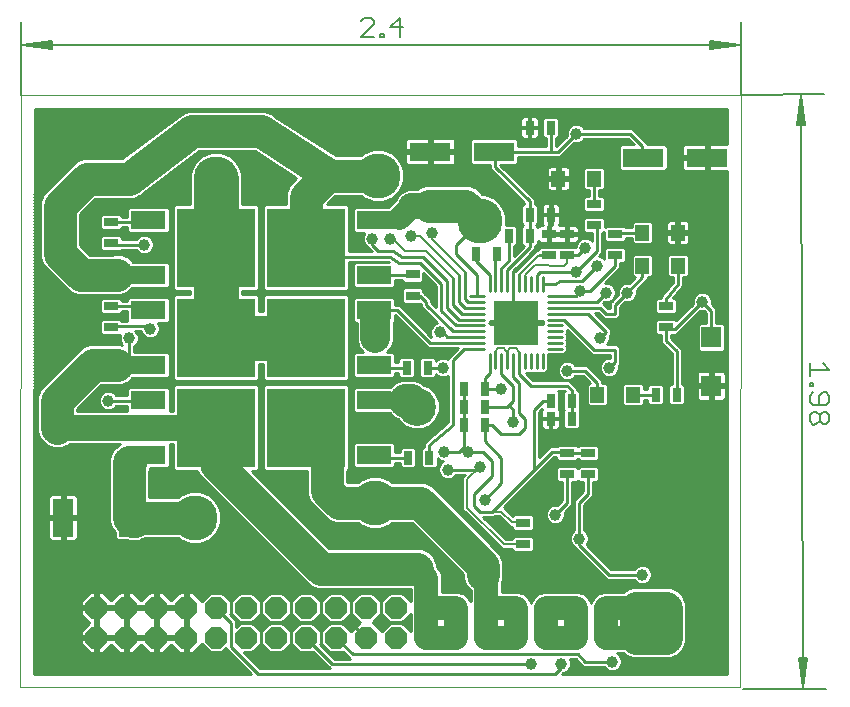
<source format=gtl>
G75*
%MOIN*%
%OFA0B0*%
%FSLAX25Y25*%
%IPPOS*%
%LPD*%
%AMOC8*
5,1,8,0,0,1.08239X$1,22.5*
%
%ADD10C,0.00000*%
%ADD11C,0.00512*%
%ADD12C,0.00600*%
%ADD13R,0.03150X0.04724*%
%ADD14R,0.04724X0.03150*%
%ADD15R,0.13780X0.06299*%
%ADD16R,0.06693X0.07087*%
%ADD17R,0.04724X0.05512*%
%ADD18R,0.26378X0.26378*%
%ADD19R,0.11811X0.06299*%
%ADD20R,0.07087X0.12598*%
%ADD21C,0.01102*%
%ADD22R,0.15000X0.15000*%
%ADD23OC8,0.07400*%
%ADD24C,0.01000*%
%ADD25C,0.05000*%
%ADD26C,0.03962*%
%ADD27C,0.11000*%
%ADD28C,0.08000*%
%ADD29C,0.15000*%
%ADD30C,0.15024*%
%ADD31C,0.09449*%
%ADD32C,0.10000*%
%ADD33C,0.08600*%
%ADD34C,0.00800*%
%ADD35C,0.05600*%
%ADD36C,0.12661*%
%ADD37C,0.07600*%
D10*
X0393035Y0002225D02*
X0393333Y0199493D01*
X0633255Y0199493D01*
X0632956Y0002225D01*
X0393035Y0002225D01*
D11*
X0634021Y0001500D02*
X0661681Y0001596D01*
X0654003Y0001825D02*
X0652945Y0011802D01*
X0652712Y0011801D02*
X0654003Y0001825D01*
X0654992Y0011809D01*
X0655225Y0011810D02*
X0652712Y0011801D01*
X0653457Y0011804D02*
X0654003Y0001825D01*
X0654480Y0011807D01*
X0655225Y0011810D02*
X0654003Y0001825D01*
X0653318Y0199606D01*
X0652329Y0189622D01*
X0652095Y0189621D02*
X0653318Y0199606D01*
X0654376Y0189629D01*
X0654609Y0189630D02*
X0652095Y0189621D01*
X0652840Y0189624D02*
X0653318Y0199606D01*
X0653864Y0189627D01*
X0654609Y0189630D02*
X0653318Y0199606D01*
X0660994Y0199888D02*
X0633333Y0199793D01*
X0633255Y0199493D02*
X0633255Y0224062D01*
X0632999Y0216385D02*
X0623018Y0217642D01*
X0623018Y0215128D01*
X0632999Y0216385D01*
X0623018Y0215361D01*
X0623018Y0215873D02*
X0632999Y0216385D01*
X0623018Y0217408D01*
X0623018Y0216897D02*
X0632999Y0216385D01*
X0393589Y0216385D01*
X0403570Y0215361D01*
X0403570Y0215128D02*
X0393589Y0216385D01*
X0403570Y0217408D01*
X0403570Y0217642D02*
X0403570Y0215128D01*
X0403570Y0215873D02*
X0393589Y0216385D01*
X0403570Y0216897D01*
X0403570Y0217642D02*
X0393589Y0216385D01*
X0393333Y0224062D02*
X0393333Y0199493D01*
D12*
X0506636Y0218947D02*
X0510906Y0223217D01*
X0510906Y0224284D01*
X0509839Y0225352D01*
X0507704Y0225352D01*
X0506636Y0224284D01*
X0513081Y0220014D02*
X0514149Y0220014D01*
X0514149Y0218947D01*
X0513081Y0218947D01*
X0513081Y0220014D01*
X0510906Y0218947D02*
X0506636Y0218947D01*
X0519507Y0218947D02*
X0519507Y0225352D01*
X0516304Y0222149D01*
X0520575Y0222149D01*
X0656189Y0110176D02*
X0656204Y0105906D01*
X0656197Y0108041D02*
X0662602Y0108063D01*
X0660460Y0110191D01*
X0657279Y0103734D02*
X0657283Y0102667D01*
X0656216Y0102663D01*
X0656212Y0103731D01*
X0657279Y0103734D01*
X0657291Y0100512D02*
X0656227Y0099440D01*
X0656234Y0097305D01*
X0657306Y0096241D01*
X0661576Y0096256D01*
X0662640Y0097327D01*
X0662632Y0099463D01*
X0661561Y0100526D01*
X0660493Y0100523D01*
X0659430Y0099451D01*
X0659441Y0096249D01*
X0660516Y0094077D02*
X0661583Y0094081D01*
X0662655Y0093017D01*
X0662662Y0090882D01*
X0661598Y0089811D01*
X0660531Y0089807D01*
X0659460Y0090871D01*
X0659452Y0093006D01*
X0660516Y0094077D01*
X0659452Y0093006D02*
X0658381Y0094070D01*
X0657313Y0094066D01*
X0656249Y0092995D01*
X0656257Y0090860D01*
X0657328Y0089796D01*
X0658396Y0089800D01*
X0659460Y0090871D01*
D13*
X0611877Y0099793D03*
X0604790Y0099793D03*
X0576877Y0097793D03*
X0569790Y0097793D03*
X0569790Y0091793D03*
X0576877Y0091793D03*
X0547877Y0089793D03*
X0540790Y0089793D03*
X0540790Y0095793D03*
X0547877Y0095793D03*
X0547877Y0101793D03*
X0540790Y0101793D03*
X0528877Y0108793D03*
X0521790Y0108793D03*
X0522290Y0078793D03*
X0529377Y0078793D03*
X0544790Y0146793D03*
X0551877Y0146793D03*
X0555790Y0152793D03*
X0562877Y0152793D03*
X0562790Y0159793D03*
X0569877Y0159793D03*
X0569877Y0188793D03*
X0562790Y0188793D03*
D14*
X0584333Y0163336D03*
X0584333Y0156249D03*
X0591333Y0153336D03*
X0575333Y0153336D03*
X0569333Y0153336D03*
X0569333Y0146249D03*
X0575333Y0146249D03*
X0591333Y0146249D03*
X0608333Y0129336D03*
X0608333Y0122249D03*
X0523833Y0132749D03*
X0523833Y0139836D03*
X0423333Y0150249D03*
X0423333Y0157336D03*
X0423333Y0129336D03*
X0423333Y0122249D03*
X0575333Y0080336D03*
X0582333Y0080336D03*
X0582333Y0073249D03*
X0575333Y0073249D03*
X0560623Y0057057D03*
X0560623Y0049970D03*
D15*
X0550963Y0180793D03*
X0529703Y0180793D03*
X0600703Y0178793D03*
X0621963Y0178793D03*
D16*
X0623333Y0118863D03*
X0623333Y0102722D03*
D17*
X0597239Y0099793D03*
X0585428Y0099793D03*
X0600428Y0142793D03*
X0612239Y0142793D03*
X0612239Y0153793D03*
X0600428Y0153793D03*
X0584239Y0171793D03*
X0572428Y0171793D03*
D18*
X0488333Y0148793D03*
X0458333Y0148793D03*
X0458333Y0118793D03*
X0488333Y0118793D03*
X0488333Y0088793D03*
X0458333Y0088793D03*
D19*
X0435696Y0097848D03*
X0435696Y0109737D03*
X0435696Y0127848D03*
X0435696Y0139737D03*
X0435696Y0157848D03*
X0510971Y0157848D03*
X0510971Y0139737D03*
X0510971Y0127848D03*
X0510971Y0109737D03*
X0510971Y0097848D03*
X0510971Y0079737D03*
X0435696Y0079737D03*
D20*
X0429357Y0058793D03*
X0407310Y0058793D03*
D21*
X0549475Y0108564D02*
X0549475Y0113202D01*
X0551444Y0113202D02*
X0551444Y0108564D01*
X0553412Y0108564D02*
X0553412Y0113202D01*
X0555381Y0113202D02*
X0555381Y0108564D01*
X0557349Y0108564D02*
X0557349Y0113202D01*
X0559318Y0113202D02*
X0559318Y0108564D01*
X0561286Y0108564D02*
X0561286Y0113202D01*
X0563255Y0113202D02*
X0563255Y0108564D01*
X0565223Y0108564D02*
X0565223Y0113202D01*
X0567192Y0113202D02*
X0567192Y0108564D01*
X0568924Y0114934D02*
X0573562Y0114934D01*
X0573562Y0116903D02*
X0568924Y0116903D01*
X0568924Y0118871D02*
X0573562Y0118871D01*
X0573562Y0120840D02*
X0568924Y0120840D01*
X0568924Y0122808D02*
X0573562Y0122808D01*
X0573562Y0124777D02*
X0568924Y0124777D01*
X0568924Y0126745D02*
X0573562Y0126745D01*
X0573562Y0128714D02*
X0568924Y0128714D01*
X0568924Y0130682D02*
X0573562Y0130682D01*
X0573562Y0132651D02*
X0568924Y0132651D01*
X0567192Y0134383D02*
X0567192Y0139021D01*
X0565223Y0139021D02*
X0565223Y0134383D01*
X0563255Y0134383D02*
X0563255Y0139021D01*
X0561286Y0139021D02*
X0561286Y0134383D01*
X0559318Y0134383D02*
X0559318Y0139021D01*
X0557349Y0139021D02*
X0557349Y0134383D01*
X0555381Y0134383D02*
X0555381Y0139021D01*
X0553412Y0139021D02*
X0553412Y0134383D01*
X0551444Y0134383D02*
X0551444Y0139021D01*
X0549475Y0139021D02*
X0549475Y0134383D01*
X0547743Y0132651D02*
X0543105Y0132651D01*
X0543105Y0130682D02*
X0547743Y0130682D01*
X0547743Y0128714D02*
X0543105Y0128714D01*
X0543105Y0126745D02*
X0547743Y0126745D01*
X0547743Y0124777D02*
X0543105Y0124777D01*
X0543105Y0122808D02*
X0547743Y0122808D01*
X0547743Y0120840D02*
X0543105Y0120840D01*
X0543105Y0118871D02*
X0547743Y0118871D01*
X0547743Y0116903D02*
X0543105Y0116903D01*
X0543105Y0114934D02*
X0547743Y0114934D01*
D22*
X0558333Y0123793D03*
D23*
X0558333Y0028793D03*
X0548333Y0028793D03*
X0538333Y0028793D03*
X0528333Y0028793D03*
X0518333Y0028793D03*
X0508333Y0028793D03*
X0498333Y0028793D03*
X0488333Y0028793D03*
X0478333Y0028793D03*
X0468333Y0028793D03*
X0458333Y0028793D03*
X0448333Y0028793D03*
X0438333Y0028793D03*
X0428333Y0028793D03*
X0418333Y0028793D03*
X0418333Y0018793D03*
X0428333Y0018793D03*
X0438333Y0018793D03*
X0448333Y0018793D03*
X0458333Y0018793D03*
X0468333Y0018793D03*
X0478333Y0018793D03*
X0488333Y0018793D03*
X0498333Y0018793D03*
X0508333Y0018793D03*
X0518333Y0018793D03*
X0528333Y0018793D03*
X0538333Y0018793D03*
X0548333Y0018793D03*
X0558333Y0018793D03*
X0568333Y0018793D03*
X0578333Y0018793D03*
X0588333Y0018793D03*
X0598333Y0018793D03*
X0608333Y0018793D03*
X0608333Y0028793D03*
X0598333Y0028793D03*
X0588333Y0028793D03*
X0578333Y0028793D03*
X0568333Y0028793D03*
D24*
X0563625Y0031014D02*
X0563433Y0030822D01*
X0563433Y0030551D01*
X0563333Y0030310D01*
X0563233Y0030551D01*
X0563233Y0030822D01*
X0563042Y0031014D01*
X0562742Y0031738D01*
X0561279Y0033201D01*
X0560555Y0033501D01*
X0560363Y0033693D01*
X0560092Y0033693D01*
X0559368Y0033993D01*
X0553533Y0033993D01*
X0553533Y0037253D01*
X0554033Y0038460D01*
X0554033Y0044125D01*
X0553013Y0046588D01*
X0530129Y0069472D01*
X0527666Y0070493D01*
X0516954Y0070493D01*
X0516268Y0071178D01*
X0513066Y0072504D01*
X0509600Y0072504D01*
X0506398Y0071178D01*
X0505713Y0070493D01*
X0502109Y0070493D01*
X0502033Y0070568D01*
X0502033Y0074418D01*
X0502722Y0075106D01*
X0502722Y0102479D01*
X0502019Y0103181D01*
X0474647Y0103181D01*
X0473944Y0102479D01*
X0473944Y0075106D01*
X0474647Y0074404D01*
X0488633Y0074404D01*
X0488633Y0066460D01*
X0489653Y0063997D01*
X0495538Y0058113D01*
X0498001Y0057093D01*
X0505713Y0057093D01*
X0506398Y0056407D01*
X0509600Y0055081D01*
X0513066Y0055081D01*
X0516268Y0056407D01*
X0516954Y0057093D01*
X0523558Y0057093D01*
X0540633Y0040017D01*
X0540633Y0038460D01*
X0541653Y0035997D01*
X0543133Y0034517D01*
X0543133Y0030922D01*
X0543042Y0031014D01*
X0542742Y0031738D01*
X0541279Y0033201D01*
X0540555Y0033501D01*
X0540363Y0033693D01*
X0540092Y0033693D01*
X0539368Y0033993D01*
X0533533Y0033993D01*
X0533533Y0039827D01*
X0532742Y0041738D01*
X0532033Y0042446D01*
X0532033Y0043125D01*
X0531013Y0045588D01*
X0529129Y0047472D01*
X0526666Y0048493D01*
X0496109Y0048493D01*
X0470198Y0074404D01*
X0472019Y0074404D01*
X0472722Y0075106D01*
X0472722Y0102479D01*
X0472019Y0103181D01*
X0444647Y0103181D01*
X0443944Y0102479D01*
X0443944Y0094293D01*
X0442801Y0094293D01*
X0442801Y0101494D01*
X0442098Y0102197D01*
X0429293Y0102197D01*
X0428590Y0101494D01*
X0428590Y0099493D01*
X0425072Y0099493D01*
X0425030Y0099594D01*
X0424135Y0100489D01*
X0422966Y0100974D01*
X0421701Y0100974D01*
X0420531Y0100489D01*
X0419637Y0099594D01*
X0419152Y0098425D01*
X0419152Y0097160D01*
X0419637Y0095991D01*
X0420531Y0095096D01*
X0421701Y0094611D01*
X0422966Y0094611D01*
X0424135Y0095096D01*
X0425030Y0095991D01*
X0425072Y0096093D01*
X0428590Y0096093D01*
X0428590Y0094293D01*
X0412033Y0094293D01*
X0412033Y0095017D01*
X0420109Y0103093D01*
X0426666Y0103093D01*
X0429129Y0104113D01*
X0430404Y0105388D01*
X0442098Y0105388D01*
X0442801Y0106091D01*
X0442801Y0113384D01*
X0442098Y0114087D01*
X0431033Y0114087D01*
X0431033Y0115803D01*
X0431135Y0115846D01*
X0432030Y0116741D01*
X0432514Y0117910D01*
X0432514Y0119175D01*
X0432030Y0120344D01*
X0431325Y0121049D01*
X0433198Y0121049D01*
X0433637Y0119991D01*
X0434531Y0119096D01*
X0435701Y0118611D01*
X0436966Y0118611D01*
X0438135Y0119096D01*
X0439030Y0119991D01*
X0439514Y0121160D01*
X0439514Y0122425D01*
X0439070Y0123498D01*
X0442098Y0123498D01*
X0442801Y0124201D01*
X0442801Y0131494D01*
X0442098Y0132197D01*
X0429293Y0132197D01*
X0428590Y0131494D01*
X0428590Y0131036D01*
X0426896Y0131036D01*
X0426896Y0131408D01*
X0426193Y0132111D01*
X0420474Y0132111D01*
X0419771Y0131408D01*
X0419771Y0127264D01*
X0420474Y0126561D01*
X0426193Y0126561D01*
X0426896Y0127264D01*
X0426896Y0127636D01*
X0428590Y0127636D01*
X0428590Y0124449D01*
X0426767Y0124449D01*
X0426193Y0125024D01*
X0420474Y0125024D01*
X0419771Y0124321D01*
X0419771Y0120177D01*
X0420474Y0119474D01*
X0426193Y0119474D01*
X0426335Y0119617D01*
X0426152Y0119175D01*
X0426152Y0117910D01*
X0426637Y0116741D01*
X0427039Y0116338D01*
X0426666Y0116493D01*
X0416001Y0116493D01*
X0413538Y0115472D01*
X0401538Y0103472D01*
X0399653Y0101588D01*
X0398633Y0099125D01*
X0398633Y0087460D01*
X0399653Y0084997D01*
X0401538Y0083113D01*
X0404001Y0082093D01*
X0406666Y0082093D01*
X0409129Y0083113D01*
X0409309Y0083293D01*
X0426183Y0083293D01*
X0426058Y0083201D01*
X0425562Y0082996D01*
X0424990Y0082424D01*
X0424337Y0081949D01*
X0424056Y0081491D01*
X0423677Y0081111D01*
X0423368Y0080365D01*
X0422946Y0079675D01*
X0422862Y0079145D01*
X0422657Y0078649D01*
X0422657Y0077840D01*
X0422531Y0077042D01*
X0422657Y0076520D01*
X0422657Y0057460D01*
X0423677Y0054997D01*
X0424614Y0054061D01*
X0424614Y0051996D01*
X0425317Y0051293D01*
X0428539Y0051293D01*
X0429024Y0051093D01*
X0432666Y0051093D01*
X0433151Y0051293D01*
X0433397Y0051293D01*
X0433572Y0051468D01*
X0435080Y0052093D01*
X0445713Y0052093D01*
X0446398Y0051407D01*
X0449600Y0050081D01*
X0453066Y0050081D01*
X0456268Y0051407D01*
X0458719Y0053858D01*
X0460045Y0057060D01*
X0460045Y0060525D01*
X0458719Y0063727D01*
X0456268Y0066178D01*
X0453066Y0067504D01*
X0449600Y0067504D01*
X0446398Y0066178D01*
X0445713Y0065493D01*
X0436057Y0065493D01*
X0436057Y0074162D01*
X0436189Y0074379D01*
X0436348Y0075388D01*
X0442098Y0075388D01*
X0442801Y0076091D01*
X0442801Y0083293D01*
X0443944Y0083293D01*
X0443944Y0075106D01*
X0444647Y0074404D01*
X0452071Y0074404D01*
X0452653Y0072997D01*
X0454538Y0071113D01*
X0489538Y0036113D01*
X0492001Y0035093D01*
X0523133Y0035093D01*
X0523133Y0030922D01*
X0520363Y0033693D01*
X0516304Y0033693D01*
X0513433Y0030822D01*
X0513433Y0026763D01*
X0516304Y0023893D01*
X0520363Y0023893D01*
X0523133Y0026663D01*
X0523133Y0020922D01*
X0520363Y0023693D01*
X0516304Y0023693D01*
X0513533Y0020922D01*
X0513533Y0020946D01*
X0510487Y0023993D01*
X0510463Y0023993D01*
X0513233Y0026763D01*
X0513233Y0030822D01*
X0510363Y0033693D01*
X0506304Y0033693D01*
X0503433Y0030822D01*
X0503433Y0026763D01*
X0506204Y0023993D01*
X0506179Y0023993D01*
X0503133Y0020946D01*
X0503133Y0020922D01*
X0500363Y0023693D01*
X0496304Y0023693D01*
X0493433Y0020822D01*
X0493433Y0016763D01*
X0496304Y0013893D01*
X0500363Y0013893D01*
X0500596Y0014126D01*
X0502979Y0011743D01*
X0497787Y0011743D01*
X0493000Y0016530D01*
X0493233Y0016763D01*
X0493233Y0020822D01*
X0490363Y0023693D01*
X0486304Y0023693D01*
X0483433Y0020822D01*
X0483433Y0016763D01*
X0486304Y0013893D01*
X0490363Y0013893D01*
X0490596Y0014126D01*
X0496229Y0008493D01*
X0473037Y0008493D01*
X0467637Y0013893D01*
X0470363Y0013893D01*
X0473233Y0016763D01*
X0473233Y0020822D01*
X0470363Y0023693D01*
X0466304Y0023693D01*
X0465033Y0022422D01*
X0465033Y0024497D01*
X0463000Y0026530D01*
X0463233Y0026763D01*
X0463233Y0030822D01*
X0460363Y0033693D01*
X0456304Y0033693D01*
X0453533Y0030922D01*
X0453533Y0030946D01*
X0450487Y0033993D01*
X0448833Y0033993D01*
X0448833Y0029293D01*
X0447833Y0029293D01*
X0447833Y0033993D01*
X0446179Y0033993D01*
X0443333Y0031146D01*
X0440487Y0033993D01*
X0438833Y0033993D01*
X0438833Y0029293D01*
X0437833Y0029293D01*
X0437833Y0033993D01*
X0436179Y0033993D01*
X0433333Y0031146D01*
X0430487Y0033993D01*
X0428833Y0033993D01*
X0428833Y0029293D01*
X0427833Y0029293D01*
X0427833Y0033993D01*
X0426179Y0033993D01*
X0423333Y0031146D01*
X0420487Y0033993D01*
X0418833Y0033993D01*
X0418833Y0029293D01*
X0417833Y0029293D01*
X0417833Y0033993D01*
X0416179Y0033993D01*
X0413133Y0030946D01*
X0413133Y0029292D01*
X0417833Y0029292D01*
X0417833Y0028293D01*
X0413133Y0028293D01*
X0413133Y0026639D01*
X0415979Y0023793D01*
X0413133Y0020946D01*
X0413133Y0019292D01*
X0417833Y0019292D01*
X0417833Y0018293D01*
X0413133Y0018293D01*
X0413133Y0016639D01*
X0416179Y0013593D01*
X0417833Y0013593D01*
X0417833Y0018292D01*
X0418833Y0018292D01*
X0418833Y0013593D01*
X0420487Y0013593D01*
X0423333Y0016439D01*
X0426179Y0013593D01*
X0427833Y0013593D01*
X0427833Y0018292D01*
X0428833Y0018292D01*
X0428833Y0013593D01*
X0430487Y0013593D01*
X0433333Y0016439D01*
X0436179Y0013593D01*
X0437833Y0013593D01*
X0437833Y0018292D01*
X0438833Y0018292D01*
X0438833Y0013593D01*
X0440487Y0013593D01*
X0443333Y0016439D01*
X0446179Y0013593D01*
X0447833Y0013593D01*
X0447833Y0018292D01*
X0448833Y0018292D01*
X0448833Y0013593D01*
X0450487Y0013593D01*
X0453533Y0016639D01*
X0453533Y0016663D01*
X0456304Y0013893D01*
X0460363Y0013893D01*
X0461633Y0015163D01*
X0461633Y0015088D01*
X0469997Y0006725D01*
X0397542Y0006725D01*
X0397827Y0194993D01*
X0628748Y0194993D01*
X0628730Y0183442D01*
X0622463Y0183442D01*
X0622463Y0179293D01*
X0621463Y0179293D01*
X0621463Y0183442D01*
X0614876Y0183442D01*
X0614495Y0183340D01*
X0614152Y0183142D01*
X0613873Y0182863D01*
X0613676Y0182521D01*
X0613573Y0182140D01*
X0613573Y0179292D01*
X0621463Y0179292D01*
X0621463Y0178293D01*
X0613573Y0178293D01*
X0613573Y0175445D01*
X0613676Y0175064D01*
X0613873Y0174722D01*
X0614152Y0174443D01*
X0614495Y0174245D01*
X0614876Y0174143D01*
X0621463Y0174143D01*
X0621463Y0178292D01*
X0622463Y0178292D01*
X0622463Y0174143D01*
X0628716Y0174143D01*
X0628463Y0006725D01*
X0573670Y0006725D01*
X0573806Y0006861D01*
X0573966Y0006861D01*
X0575135Y0007346D01*
X0576030Y0008241D01*
X0576514Y0009410D01*
X0576514Y0010675D01*
X0576134Y0011593D01*
X0578129Y0011593D01*
X0580629Y0009093D01*
X0587594Y0009093D01*
X0587637Y0008991D01*
X0588531Y0008096D01*
X0589701Y0007611D01*
X0590966Y0007611D01*
X0592135Y0008096D01*
X0593030Y0008991D01*
X0593514Y0010160D01*
X0593514Y0011425D01*
X0593030Y0012594D01*
X0592135Y0013489D01*
X0591886Y0013593D01*
X0594058Y0013593D01*
X0594538Y0013113D01*
X0597001Y0012093D01*
X0609666Y0012093D01*
X0612129Y0013113D01*
X0614013Y0014997D01*
X0615033Y0017460D01*
X0615033Y0030125D01*
X0614013Y0032588D01*
X0612129Y0034472D01*
X0609666Y0035493D01*
X0597001Y0035493D01*
X0594538Y0034472D01*
X0594058Y0033993D01*
X0587299Y0033993D01*
X0586575Y0033693D01*
X0586304Y0033693D01*
X0586112Y0033501D01*
X0585388Y0033201D01*
X0583925Y0031738D01*
X0583625Y0031014D01*
X0583433Y0030822D01*
X0583433Y0030551D01*
X0583333Y0030310D01*
X0583233Y0030551D01*
X0583233Y0030822D01*
X0583042Y0031014D01*
X0582742Y0031738D01*
X0581279Y0033201D01*
X0580555Y0033501D01*
X0580363Y0033693D01*
X0580092Y0033693D01*
X0579368Y0033993D01*
X0567299Y0033993D01*
X0566575Y0033693D01*
X0566304Y0033693D01*
X0566112Y0033501D01*
X0565388Y0033201D01*
X0563925Y0031738D01*
X0563625Y0031014D01*
X0563433Y0030752D02*
X0563233Y0030752D01*
X0562729Y0031751D02*
X0563938Y0031751D01*
X0564936Y0032749D02*
X0561730Y0032749D01*
X0559958Y0033748D02*
X0566708Y0033748D01*
X0553533Y0034746D02*
X0595199Y0034746D01*
X0597885Y0037742D02*
X0553736Y0037742D01*
X0553533Y0036743D02*
X0599382Y0036743D01*
X0599701Y0036611D02*
X0598531Y0037096D01*
X0597637Y0037991D01*
X0597594Y0038093D01*
X0588629Y0038093D01*
X0587633Y0039088D01*
X0577693Y0049029D01*
X0577531Y0049096D01*
X0576637Y0049991D01*
X0576152Y0051160D01*
X0576152Y0052425D01*
X0576637Y0053594D01*
X0577531Y0054489D01*
X0577633Y0054532D01*
X0577633Y0064497D01*
X0578629Y0065493D01*
X0580633Y0067497D01*
X0580633Y0070474D01*
X0579474Y0070474D01*
X0578833Y0071115D01*
X0578193Y0070474D01*
X0577033Y0070474D01*
X0577033Y0063088D01*
X0574472Y0060527D01*
X0574514Y0060425D01*
X0574514Y0059160D01*
X0574030Y0057991D01*
X0573135Y0057096D01*
X0571966Y0056611D01*
X0570701Y0056611D01*
X0569531Y0057096D01*
X0568637Y0057991D01*
X0568152Y0059160D01*
X0568152Y0060425D01*
X0568637Y0061594D01*
X0569531Y0062489D01*
X0570701Y0062974D01*
X0571966Y0062974D01*
X0572068Y0062931D01*
X0573633Y0064497D01*
X0573633Y0070474D01*
X0572474Y0070474D01*
X0571771Y0071177D01*
X0571771Y0075321D01*
X0572474Y0076024D01*
X0578193Y0076024D01*
X0578833Y0075383D01*
X0579474Y0076024D01*
X0585193Y0076024D01*
X0585896Y0075321D01*
X0585896Y0071177D01*
X0585193Y0070474D01*
X0584033Y0070474D01*
X0584033Y0066088D01*
X0581033Y0063088D01*
X0581033Y0054532D01*
X0581135Y0054489D01*
X0582030Y0053594D01*
X0582514Y0052425D01*
X0582514Y0051160D01*
X0582030Y0049991D01*
X0581785Y0049745D01*
X0590037Y0041493D01*
X0597594Y0041493D01*
X0597637Y0041594D01*
X0598531Y0042489D01*
X0599701Y0042974D01*
X0600966Y0042974D01*
X0602135Y0042489D01*
X0603030Y0041594D01*
X0603514Y0040425D01*
X0603514Y0039160D01*
X0603030Y0037991D01*
X0602135Y0037096D01*
X0600966Y0036611D01*
X0599701Y0036611D01*
X0601285Y0036743D02*
X0628508Y0036743D01*
X0628507Y0035745D02*
X0553533Y0035745D01*
X0554033Y0038740D02*
X0587981Y0038740D01*
X0586983Y0039739D02*
X0554033Y0039739D01*
X0554033Y0040737D02*
X0585984Y0040737D01*
X0584986Y0041736D02*
X0554033Y0041736D01*
X0554033Y0042734D02*
X0583987Y0042734D01*
X0582989Y0043733D02*
X0554033Y0043733D01*
X0553782Y0044731D02*
X0581990Y0044731D01*
X0580992Y0045730D02*
X0553369Y0045730D01*
X0552873Y0046729D02*
X0579993Y0046729D01*
X0578995Y0047727D02*
X0564014Y0047727D01*
X0564186Y0047898D02*
X0564186Y0052042D01*
X0563483Y0052745D01*
X0557764Y0052745D01*
X0557061Y0052042D01*
X0557061Y0051570D01*
X0554855Y0051570D01*
X0547333Y0059093D01*
X0551037Y0059093D01*
X0551137Y0059193D01*
X0552726Y0059193D01*
X0555366Y0056553D01*
X0556303Y0055616D01*
X0557061Y0055616D01*
X0557061Y0054985D01*
X0557764Y0054282D01*
X0563483Y0054282D01*
X0564186Y0054985D01*
X0564186Y0059129D01*
X0563483Y0059832D01*
X0557764Y0059832D01*
X0557188Y0059256D01*
X0554195Y0062250D01*
X0566033Y0074088D01*
X0571037Y0079093D01*
X0571771Y0079093D01*
X0571771Y0078264D01*
X0572474Y0077561D01*
X0578193Y0077561D01*
X0578833Y0078202D01*
X0579474Y0077561D01*
X0585193Y0077561D01*
X0585896Y0078264D01*
X0585896Y0082408D01*
X0585193Y0083111D01*
X0579474Y0083111D01*
X0578833Y0082470D01*
X0578193Y0083111D01*
X0572474Y0083111D01*
X0571856Y0082493D01*
X0569629Y0082493D01*
X0568633Y0081497D01*
X0568633Y0081497D01*
X0566033Y0078897D01*
X0566033Y0094088D01*
X0567007Y0095062D01*
X0566817Y0094734D01*
X0566715Y0094352D01*
X0566715Y0092080D01*
X0569503Y0092080D01*
X0569503Y0091505D01*
X0570077Y0091505D01*
X0570077Y0087930D01*
X0571562Y0087930D01*
X0571944Y0088033D01*
X0572286Y0088230D01*
X0572565Y0088509D01*
X0572763Y0088851D01*
X0572865Y0089233D01*
X0572865Y0091505D01*
X0570077Y0091505D01*
X0570077Y0092080D01*
X0572865Y0092080D01*
X0572865Y0094352D01*
X0572763Y0094734D01*
X0572565Y0095076D01*
X0572565Y0100652D01*
X0572124Y0101093D01*
X0574543Y0101093D01*
X0574102Y0100652D01*
X0574102Y0094933D01*
X0574243Y0094793D01*
X0574102Y0094652D01*
X0574102Y0088933D01*
X0574805Y0088230D01*
X0578948Y0088230D01*
X0579651Y0088933D01*
X0579651Y0094652D01*
X0579511Y0094793D01*
X0579651Y0094933D01*
X0579651Y0100652D01*
X0578948Y0101355D01*
X0578577Y0101355D01*
X0578577Y0101953D01*
X0577581Y0102949D01*
X0576037Y0104493D01*
X0564037Y0104493D01*
X0561717Y0106813D01*
X0562011Y0106813D01*
X0562270Y0107072D01*
X0562529Y0106813D01*
X0563980Y0106813D01*
X0564239Y0107072D01*
X0564498Y0106813D01*
X0565948Y0106813D01*
X0566207Y0107072D01*
X0566466Y0106813D01*
X0567917Y0106813D01*
X0568943Y0107839D01*
X0568943Y0113183D01*
X0574287Y0113183D01*
X0575313Y0114209D01*
X0575313Y0115660D01*
X0575054Y0115918D01*
X0575313Y0116177D01*
X0575313Y0117628D01*
X0575054Y0117887D01*
X0575313Y0118146D01*
X0575313Y0119597D01*
X0575054Y0119855D01*
X0575313Y0120114D01*
X0575313Y0121409D01*
X0582633Y0114088D01*
X0583629Y0113093D01*
X0589633Y0113093D01*
X0589633Y0111974D01*
X0588701Y0111974D01*
X0587531Y0111489D01*
X0586637Y0110594D01*
X0586152Y0109425D01*
X0586152Y0108160D01*
X0586637Y0106991D01*
X0587531Y0106096D01*
X0588701Y0105611D01*
X0589966Y0105611D01*
X0591135Y0106096D01*
X0592030Y0106991D01*
X0592514Y0108160D01*
X0592514Y0109425D01*
X0592472Y0109527D01*
X0593033Y0110088D01*
X0593033Y0115497D01*
X0592037Y0116493D01*
X0588532Y0116493D01*
X0589030Y0116991D01*
X0589514Y0118160D01*
X0589514Y0119425D01*
X0589472Y0119527D01*
X0590033Y0120088D01*
X0590033Y0121497D01*
X0589037Y0122493D01*
X0584516Y0127014D01*
X0585708Y0127014D01*
X0586633Y0126088D01*
X0587629Y0125093D01*
X0592037Y0125093D01*
X0593033Y0126088D01*
X0593033Y0129088D01*
X0594599Y0130654D01*
X0594701Y0130611D01*
X0595966Y0130611D01*
X0597135Y0131096D01*
X0598030Y0131991D01*
X0598514Y0133160D01*
X0598514Y0134425D01*
X0598472Y0134527D01*
X0601132Y0137187D01*
X0602128Y0138183D01*
X0602128Y0138837D01*
X0603287Y0138837D01*
X0603990Y0139540D01*
X0603990Y0146045D01*
X0603287Y0146748D01*
X0597569Y0146748D01*
X0596866Y0146045D01*
X0596866Y0139540D01*
X0597569Y0138837D01*
X0597973Y0138837D01*
X0596068Y0136931D01*
X0595966Y0136974D01*
X0594701Y0136974D01*
X0593531Y0136489D01*
X0592637Y0135594D01*
X0592152Y0134425D01*
X0592152Y0133160D01*
X0592194Y0133058D01*
X0589633Y0130497D01*
X0589633Y0128493D01*
X0589037Y0128493D01*
X0587237Y0130293D01*
X0587599Y0130654D01*
X0587701Y0130611D01*
X0588966Y0130611D01*
X0590135Y0131096D01*
X0591030Y0131991D01*
X0591514Y0133160D01*
X0591514Y0134425D01*
X0591030Y0135594D01*
X0590135Y0136489D01*
X0588966Y0136974D01*
X0587919Y0136974D01*
X0593033Y0142088D01*
X0593033Y0143474D01*
X0594193Y0143474D01*
X0594896Y0144177D01*
X0594896Y0148321D01*
X0594193Y0149024D01*
X0588474Y0149024D01*
X0587771Y0148321D01*
X0587771Y0144853D01*
X0587135Y0145489D01*
X0585966Y0145974D01*
X0585919Y0145974D01*
X0586037Y0146093D01*
X0587033Y0147088D01*
X0587033Y0153474D01*
X0587193Y0153474D01*
X0587771Y0154053D01*
X0587771Y0151264D01*
X0588474Y0150561D01*
X0594193Y0150561D01*
X0594896Y0151264D01*
X0594896Y0152093D01*
X0596866Y0152093D01*
X0596866Y0150540D01*
X0597569Y0149837D01*
X0603287Y0149837D01*
X0603990Y0150540D01*
X0603990Y0157045D01*
X0603287Y0157748D01*
X0597569Y0157748D01*
X0596866Y0157045D01*
X0596866Y0155493D01*
X0594811Y0155493D01*
X0594193Y0156111D01*
X0588474Y0156111D01*
X0587896Y0155532D01*
X0587896Y0158321D01*
X0587193Y0159024D01*
X0581474Y0159024D01*
X0580771Y0158321D01*
X0580771Y0154177D01*
X0581474Y0153474D01*
X0583633Y0153474D01*
X0583633Y0150991D01*
X0583135Y0151489D01*
X0581966Y0151974D01*
X0580701Y0151974D01*
X0579531Y0151489D01*
X0578915Y0150873D01*
X0579093Y0151182D01*
X0579196Y0151564D01*
X0579196Y0153048D01*
X0575621Y0153048D01*
X0575621Y0150261D01*
X0577893Y0150261D01*
X0578275Y0150363D01*
X0578617Y0150561D01*
X0578627Y0150571D01*
X0578152Y0149425D01*
X0578152Y0149024D01*
X0572474Y0149024D01*
X0572333Y0148883D01*
X0572193Y0149024D01*
X0566474Y0149024D01*
X0565771Y0148321D01*
X0565771Y0147949D01*
X0565086Y0147949D01*
X0564090Y0146953D01*
X0564090Y0146812D01*
X0558755Y0141477D01*
X0558613Y0141477D01*
X0558084Y0140947D01*
X0557619Y0141072D01*
X0557517Y0141072D01*
X0563581Y0147136D01*
X0564577Y0148132D01*
X0564577Y0149230D01*
X0564948Y0149230D01*
X0565651Y0149933D01*
X0565651Y0151047D01*
X0565771Y0150840D01*
X0566050Y0150561D01*
X0566392Y0150363D01*
X0566774Y0150261D01*
X0569046Y0150261D01*
X0569046Y0153048D01*
X0569621Y0153048D01*
X0569621Y0150261D01*
X0571893Y0150261D01*
X0572275Y0150363D01*
X0572333Y0150397D01*
X0572392Y0150363D01*
X0572774Y0150261D01*
X0575046Y0150261D01*
X0575046Y0153048D01*
X0575621Y0153048D01*
X0575621Y0153623D01*
X0579196Y0153623D01*
X0579196Y0155108D01*
X0579093Y0155490D01*
X0578896Y0155832D01*
X0578617Y0156111D01*
X0578275Y0156308D01*
X0577893Y0156411D01*
X0575621Y0156411D01*
X0575621Y0153623D01*
X0575046Y0153623D01*
X0575046Y0153048D01*
X0569621Y0153048D01*
X0569621Y0153623D01*
X0573196Y0153623D01*
X0575046Y0153623D01*
X0575046Y0156411D01*
X0572774Y0156411D01*
X0572472Y0156330D01*
X0572652Y0156509D01*
X0572849Y0156851D01*
X0572951Y0157233D01*
X0572951Y0159505D01*
X0570164Y0159505D01*
X0570164Y0156411D01*
X0569621Y0156411D01*
X0569621Y0153623D01*
X0569046Y0153623D01*
X0569046Y0155930D01*
X0569589Y0155930D01*
X0569589Y0159505D01*
X0566802Y0159505D01*
X0566802Y0157233D01*
X0566904Y0156851D01*
X0567102Y0156509D01*
X0567200Y0156411D01*
X0566774Y0156411D01*
X0566392Y0156308D01*
X0566050Y0156111D01*
X0565771Y0155832D01*
X0565651Y0155625D01*
X0565651Y0155652D01*
X0564967Y0156336D01*
X0565565Y0156933D01*
X0565565Y0162652D01*
X0564862Y0163355D01*
X0564490Y0163355D01*
X0564490Y0165040D01*
X0553087Y0176443D01*
X0558350Y0176443D01*
X0559053Y0177146D01*
X0559053Y0179093D01*
X0573037Y0179093D01*
X0577599Y0183654D01*
X0577701Y0183611D01*
X0578966Y0183611D01*
X0580135Y0184096D01*
X0581030Y0184991D01*
X0581072Y0185093D01*
X0595629Y0185093D01*
X0597580Y0183142D01*
X0593317Y0183142D01*
X0592614Y0182439D01*
X0592614Y0175146D01*
X0593317Y0174443D01*
X0608090Y0174443D01*
X0608793Y0175146D01*
X0608793Y0182439D01*
X0608090Y0183142D01*
X0602033Y0183142D01*
X0602033Y0183497D01*
X0601037Y0184493D01*
X0597037Y0188493D01*
X0581072Y0188493D01*
X0581030Y0188594D01*
X0580135Y0189489D01*
X0578966Y0189974D01*
X0577701Y0189974D01*
X0576531Y0189489D01*
X0575637Y0188594D01*
X0575152Y0187425D01*
X0575152Y0186160D01*
X0575194Y0186058D01*
X0571629Y0182493D01*
X0571577Y0182493D01*
X0571577Y0185230D01*
X0571948Y0185230D01*
X0572651Y0185933D01*
X0572651Y0191652D01*
X0571948Y0192355D01*
X0567805Y0192355D01*
X0567102Y0191652D01*
X0567102Y0185933D01*
X0567805Y0185230D01*
X0568177Y0185230D01*
X0568177Y0182493D01*
X0559053Y0182493D01*
X0559053Y0184439D01*
X0558350Y0185142D01*
X0543576Y0185142D01*
X0542873Y0184439D01*
X0542873Y0177146D01*
X0543576Y0176443D01*
X0549633Y0176443D01*
X0549633Y0175088D01*
X0550629Y0174093D01*
X0561090Y0163632D01*
X0561090Y0163355D01*
X0560718Y0163355D01*
X0560015Y0162652D01*
X0560015Y0156933D01*
X0560699Y0156249D01*
X0560102Y0155652D01*
X0560102Y0149933D01*
X0560805Y0149230D01*
X0560867Y0149230D01*
X0557490Y0145853D01*
X0557490Y0149230D01*
X0557862Y0149230D01*
X0558565Y0149933D01*
X0558565Y0155652D01*
X0557862Y0156355D01*
X0555045Y0156355D01*
X0555045Y0159525D01*
X0553719Y0162727D01*
X0551268Y0165178D01*
X0548066Y0166504D01*
X0547097Y0166504D01*
X0545129Y0168472D01*
X0542666Y0169493D01*
X0528001Y0169493D01*
X0525538Y0168472D01*
X0525358Y0168293D01*
X0522239Y0168293D01*
X0520218Y0167455D01*
X0518671Y0165908D01*
X0518171Y0164701D01*
X0515667Y0162197D01*
X0504569Y0162197D01*
X0503866Y0161494D01*
X0503866Y0154201D01*
X0504569Y0153498D01*
X0507597Y0153498D01*
X0507152Y0152425D01*
X0507152Y0151160D01*
X0507637Y0149991D01*
X0508531Y0149096D01*
X0508693Y0149029D01*
X0509629Y0148093D01*
X0510229Y0147493D01*
X0502722Y0147493D01*
X0502722Y0162479D01*
X0502019Y0163181D01*
X0495198Y0163181D01*
X0498109Y0166093D01*
X0506713Y0166093D01*
X0507398Y0165407D01*
X0510600Y0164081D01*
X0514066Y0164081D01*
X0517268Y0165407D01*
X0519719Y0167858D01*
X0521045Y0171060D01*
X0521045Y0174525D01*
X0519719Y0177727D01*
X0517268Y0180178D01*
X0514066Y0181504D01*
X0510600Y0181504D01*
X0507398Y0180178D01*
X0506713Y0179493D01*
X0498297Y0179493D01*
X0477559Y0192792D01*
X0477129Y0193222D01*
X0476448Y0193504D01*
X0475828Y0193902D01*
X0475229Y0194009D01*
X0474666Y0194243D01*
X0473930Y0194243D01*
X0473205Y0194373D01*
X0472610Y0194243D01*
X0450809Y0194243D01*
X0449962Y0194364D01*
X0449489Y0194243D01*
X0449001Y0194243D01*
X0448209Y0193915D01*
X0447379Y0193702D01*
X0446989Y0193409D01*
X0446538Y0193222D01*
X0445932Y0192617D01*
X0427100Y0178493D01*
X0414001Y0178493D01*
X0411538Y0177472D01*
X0409653Y0175588D01*
X0400653Y0166588D01*
X0399633Y0164125D01*
X0399633Y0145460D01*
X0400653Y0142997D01*
X0402538Y0141113D01*
X0407708Y0135942D01*
X0409593Y0134057D01*
X0412056Y0133037D01*
X0426611Y0133037D01*
X0429073Y0134057D01*
X0430404Y0135388D01*
X0442098Y0135388D01*
X0442801Y0136091D01*
X0442801Y0143384D01*
X0442098Y0144087D01*
X0430514Y0144087D01*
X0429129Y0145472D01*
X0426666Y0146493D01*
X0424001Y0146493D01*
X0423868Y0146437D01*
X0416164Y0146437D01*
X0413033Y0149568D01*
X0413033Y0160017D01*
X0418109Y0165093D01*
X0428857Y0165093D01*
X0429705Y0164971D01*
X0430178Y0165093D01*
X0430666Y0165093D01*
X0431457Y0165420D01*
X0432287Y0165633D01*
X0432678Y0165926D01*
X0433129Y0166113D01*
X0433734Y0166718D01*
X0452567Y0180843D01*
X0471370Y0180843D01*
X0485102Y0172036D01*
X0484538Y0171472D01*
X0482653Y0169588D01*
X0481633Y0167125D01*
X0481633Y0163181D01*
X0474647Y0163181D01*
X0473944Y0162479D01*
X0473944Y0135106D01*
X0474647Y0134404D01*
X0502019Y0134404D01*
X0502722Y0135106D01*
X0502722Y0144093D01*
X0515819Y0144093D01*
X0515827Y0144087D01*
X0504569Y0144087D01*
X0503866Y0143384D01*
X0503866Y0136091D01*
X0504569Y0135388D01*
X0517374Y0135388D01*
X0518077Y0136091D01*
X0518077Y0138037D01*
X0520271Y0138037D01*
X0520271Y0137764D01*
X0520974Y0137061D01*
X0526693Y0137061D01*
X0527396Y0137764D01*
X0527396Y0140326D01*
X0531633Y0136088D01*
X0531633Y0128897D01*
X0530033Y0130497D01*
X0530033Y0131497D01*
X0528077Y0133453D01*
X0527396Y0134134D01*
X0527396Y0134821D01*
X0526693Y0135524D01*
X0520974Y0135524D01*
X0520271Y0134821D01*
X0520271Y0130677D01*
X0520974Y0129974D01*
X0526633Y0129974D01*
X0526633Y0129088D01*
X0527629Y0128093D01*
X0532057Y0123664D01*
X0531031Y0123239D01*
X0530137Y0122344D01*
X0529652Y0121175D01*
X0529652Y0119910D01*
X0530028Y0119002D01*
X0520478Y0128552D01*
X0519482Y0129548D01*
X0518077Y0129548D01*
X0518077Y0131494D01*
X0517374Y0132197D01*
X0504569Y0132197D01*
X0503866Y0131494D01*
X0503866Y0124201D01*
X0504569Y0123498D01*
X0505133Y0123498D01*
X0505133Y0117559D01*
X0506077Y0115280D01*
X0507271Y0114087D01*
X0504569Y0114087D01*
X0503866Y0113384D01*
X0503866Y0106091D01*
X0504569Y0105388D01*
X0517374Y0105388D01*
X0518077Y0106091D01*
X0518077Y0107093D01*
X0519015Y0107093D01*
X0519015Y0105933D01*
X0519718Y0105230D01*
X0523862Y0105230D01*
X0524565Y0105933D01*
X0524565Y0111652D01*
X0523862Y0112355D01*
X0519718Y0112355D01*
X0519015Y0111652D01*
X0519015Y0110493D01*
X0518077Y0110493D01*
X0518077Y0113384D01*
X0517374Y0114087D01*
X0515396Y0114087D01*
X0516589Y0115280D01*
X0517533Y0117559D01*
X0517533Y0123658D01*
X0518077Y0124201D01*
X0518077Y0126145D01*
X0529019Y0115203D01*
X0538839Y0115203D01*
X0536629Y0112993D01*
X0535633Y0111997D01*
X0535633Y0111490D01*
X0534466Y0111974D01*
X0533201Y0111974D01*
X0532031Y0111489D01*
X0531651Y0111109D01*
X0531651Y0111652D01*
X0530948Y0112355D01*
X0526805Y0112355D01*
X0526102Y0111652D01*
X0526102Y0105933D01*
X0526805Y0105230D01*
X0530948Y0105230D01*
X0531651Y0105933D01*
X0531651Y0106476D01*
X0532031Y0106096D01*
X0533201Y0105611D01*
X0534466Y0105611D01*
X0535633Y0106095D01*
X0535633Y0090564D01*
X0528738Y0084536D01*
X0528672Y0084536D01*
X0528215Y0084078D01*
X0527728Y0083652D01*
X0527723Y0083587D01*
X0527677Y0083540D01*
X0527677Y0082893D01*
X0527641Y0082355D01*
X0527305Y0082355D01*
X0526602Y0081652D01*
X0526602Y0075933D01*
X0527305Y0075230D01*
X0531448Y0075230D01*
X0532151Y0075933D01*
X0532151Y0078476D01*
X0532531Y0078096D01*
X0533701Y0077611D01*
X0534076Y0077611D01*
X0533781Y0077489D01*
X0532887Y0076594D01*
X0532402Y0075425D01*
X0532402Y0074160D01*
X0532887Y0072991D01*
X0533781Y0072096D01*
X0534951Y0071611D01*
X0536216Y0071611D01*
X0537385Y0072096D01*
X0538280Y0072991D01*
X0538322Y0073093D01*
X0541371Y0073093D01*
X0540448Y0072170D01*
X0540448Y0061452D01*
X0541386Y0060514D01*
X0553530Y0048370D01*
X0557061Y0048370D01*
X0557061Y0047898D01*
X0557764Y0047195D01*
X0563483Y0047195D01*
X0564186Y0047898D01*
X0564186Y0048726D02*
X0577996Y0048726D01*
X0576903Y0049724D02*
X0564186Y0049724D01*
X0564186Y0050723D02*
X0576333Y0050723D01*
X0576152Y0051721D02*
X0564186Y0051721D01*
X0563508Y0052720D02*
X0576274Y0052720D01*
X0576760Y0053718D02*
X0552707Y0053718D01*
X0551709Y0054717D02*
X0557330Y0054717D01*
X0556204Y0055715D02*
X0550710Y0055715D01*
X0549712Y0056714D02*
X0555205Y0056714D01*
X0554207Y0057712D02*
X0548713Y0057712D01*
X0547715Y0058711D02*
X0553208Y0058711D01*
X0555737Y0060708D02*
X0568269Y0060708D01*
X0568152Y0059709D02*
X0563605Y0059709D01*
X0564186Y0058711D02*
X0568338Y0058711D01*
X0568915Y0057712D02*
X0564186Y0057712D01*
X0564186Y0056714D02*
X0570454Y0056714D01*
X0572213Y0056714D02*
X0577633Y0056714D01*
X0577633Y0057712D02*
X0573752Y0057712D01*
X0574328Y0058711D02*
X0577633Y0058711D01*
X0577633Y0059709D02*
X0574514Y0059709D01*
X0574653Y0060708D02*
X0577633Y0060708D01*
X0577633Y0061706D02*
X0575651Y0061706D01*
X0576650Y0062705D02*
X0577633Y0062705D01*
X0577633Y0063703D02*
X0577033Y0063703D01*
X0577033Y0064702D02*
X0577838Y0064702D01*
X0577033Y0065700D02*
X0578837Y0065700D01*
X0579835Y0066699D02*
X0577033Y0066699D01*
X0577033Y0067697D02*
X0580633Y0067697D01*
X0580633Y0068696D02*
X0577033Y0068696D01*
X0577033Y0069694D02*
X0580633Y0069694D01*
X0579256Y0070693D02*
X0578411Y0070693D01*
X0575333Y0073249D02*
X0575333Y0063793D01*
X0571333Y0059793D01*
X0570051Y0062705D02*
X0554650Y0062705D01*
X0554738Y0061706D02*
X0568748Y0061706D01*
X0570333Y0063793D02*
X0558333Y0063793D01*
X0556647Y0064702D02*
X0573633Y0064702D01*
X0573633Y0065700D02*
X0557645Y0065700D01*
X0558644Y0066699D02*
X0573633Y0066699D01*
X0573633Y0067697D02*
X0559642Y0067697D01*
X0560641Y0068696D02*
X0573633Y0068696D01*
X0573633Y0069694D02*
X0561639Y0069694D01*
X0562638Y0070693D02*
X0572256Y0070693D01*
X0571771Y0071691D02*
X0563636Y0071691D01*
X0564635Y0072690D02*
X0571771Y0072690D01*
X0571771Y0073688D02*
X0565633Y0073688D01*
X0566033Y0074088D02*
X0566033Y0074088D01*
X0566632Y0074687D02*
X0571771Y0074687D01*
X0572135Y0075685D02*
X0567630Y0075685D01*
X0568629Y0076684D02*
X0628569Y0076684D01*
X0628570Y0077682D02*
X0585314Y0077682D01*
X0585896Y0078681D02*
X0628572Y0078681D01*
X0628573Y0079679D02*
X0585896Y0079679D01*
X0585896Y0080678D02*
X0628575Y0080678D01*
X0628576Y0081676D02*
X0585896Y0081676D01*
X0585628Y0082675D02*
X0628578Y0082675D01*
X0628579Y0083673D02*
X0566033Y0083673D01*
X0566033Y0082675D02*
X0572038Y0082675D01*
X0570333Y0080793D02*
X0574877Y0080793D01*
X0575333Y0080336D01*
X0582333Y0080336D01*
X0579038Y0082675D02*
X0578628Y0082675D01*
X0570333Y0080793D02*
X0564333Y0074793D01*
X0550333Y0060793D01*
X0546333Y0060793D01*
X0544333Y0062793D01*
X0544333Y0066793D01*
X0550333Y0072793D01*
X0550333Y0077793D01*
X0547333Y0080793D01*
X0542333Y0080793D01*
X0540790Y0082336D01*
X0539247Y0080793D01*
X0534333Y0080793D01*
X0529377Y0078793D02*
X0529377Y0082836D01*
X0537333Y0089793D01*
X0537333Y0111293D01*
X0540975Y0114934D01*
X0545424Y0114934D01*
X0545424Y0116903D02*
X0529723Y0116903D01*
X0518778Y0127848D01*
X0510971Y0127848D01*
X0511333Y0127485D01*
X0511333Y0125793D01*
X0517533Y0123614D02*
X0520608Y0123614D01*
X0521606Y0122615D02*
X0517533Y0122615D01*
X0517533Y0121617D02*
X0522605Y0121617D01*
X0523603Y0120618D02*
X0517533Y0120618D01*
X0517533Y0119620D02*
X0524602Y0119620D01*
X0525600Y0118621D02*
X0517533Y0118621D01*
X0517533Y0117623D02*
X0526599Y0117623D01*
X0527597Y0116624D02*
X0517146Y0116624D01*
X0516732Y0115626D02*
X0528596Y0115626D01*
X0533833Y0120543D02*
X0535255Y0118871D01*
X0545424Y0118871D01*
X0545424Y0120840D02*
X0537286Y0120840D01*
X0528333Y0129793D01*
X0528333Y0130793D01*
X0526377Y0132749D01*
X0523833Y0132749D01*
X0520271Y0132600D02*
X0502600Y0132600D01*
X0502722Y0132479D02*
X0502019Y0133181D01*
X0474647Y0133181D01*
X0473944Y0132479D01*
X0473944Y0127493D01*
X0472722Y0127493D01*
X0472722Y0132479D01*
X0472019Y0133181D01*
X0467033Y0133181D01*
X0467033Y0134404D01*
X0472019Y0134404D01*
X0472722Y0135106D01*
X0472722Y0162479D01*
X0472019Y0163181D01*
X0467033Y0163181D01*
X0467033Y0170031D01*
X0467045Y0170060D01*
X0467045Y0173525D01*
X0465719Y0176727D01*
X0463268Y0179178D01*
X0460066Y0180504D01*
X0456600Y0180504D01*
X0453398Y0179178D01*
X0450948Y0176727D01*
X0449622Y0173525D01*
X0449622Y0170060D01*
X0449633Y0170031D01*
X0449633Y0163181D01*
X0444647Y0163181D01*
X0443944Y0162479D01*
X0443944Y0135106D01*
X0444647Y0134404D01*
X0449633Y0134404D01*
X0449633Y0133181D01*
X0444647Y0133181D01*
X0443944Y0132479D01*
X0443944Y0105106D01*
X0444647Y0104404D01*
X0472019Y0104404D01*
X0472722Y0105106D01*
X0472722Y0110093D01*
X0473944Y0110093D01*
X0473944Y0105106D01*
X0474647Y0104404D01*
X0502019Y0104404D01*
X0502722Y0105106D01*
X0502722Y0132479D01*
X0502722Y0131602D02*
X0503973Y0131602D01*
X0503866Y0130603D02*
X0502722Y0130603D01*
X0502722Y0129605D02*
X0503866Y0129605D01*
X0503866Y0128606D02*
X0502722Y0128606D01*
X0502722Y0127608D02*
X0503866Y0127608D01*
X0503866Y0126609D02*
X0502722Y0126609D01*
X0502722Y0125611D02*
X0503866Y0125611D01*
X0503866Y0124612D02*
X0502722Y0124612D01*
X0502722Y0123614D02*
X0504453Y0123614D01*
X0505133Y0122615D02*
X0502722Y0122615D01*
X0502722Y0121617D02*
X0505133Y0121617D01*
X0505133Y0120618D02*
X0502722Y0120618D01*
X0502722Y0119620D02*
X0505133Y0119620D01*
X0505133Y0118621D02*
X0502722Y0118621D01*
X0502722Y0117623D02*
X0505133Y0117623D01*
X0505521Y0116624D02*
X0502722Y0116624D01*
X0502722Y0115626D02*
X0505934Y0115626D01*
X0506730Y0114627D02*
X0502722Y0114627D01*
X0502722Y0113629D02*
X0504110Y0113629D01*
X0503866Y0112630D02*
X0502722Y0112630D01*
X0502722Y0111632D02*
X0503866Y0111632D01*
X0503866Y0110633D02*
X0502722Y0110633D01*
X0502722Y0109635D02*
X0503866Y0109635D01*
X0503866Y0108636D02*
X0502722Y0108636D01*
X0502722Y0107638D02*
X0503866Y0107638D01*
X0503866Y0106639D02*
X0502722Y0106639D01*
X0502722Y0105641D02*
X0504316Y0105641D01*
X0502258Y0104642D02*
X0535633Y0104642D01*
X0535633Y0103644D02*
X0526793Y0103644D01*
X0527073Y0103528D02*
X0524611Y0104548D01*
X0520056Y0104548D01*
X0517593Y0103528D01*
X0516263Y0102197D01*
X0504569Y0102197D01*
X0503866Y0101494D01*
X0503866Y0094201D01*
X0504569Y0093498D01*
X0516153Y0093498D01*
X0517538Y0092113D01*
X0518948Y0091528D01*
X0518949Y0091527D01*
X0521068Y0089408D01*
X0523835Y0088262D01*
X0526831Y0088262D01*
X0529599Y0089408D01*
X0531718Y0091527D01*
X0532864Y0094295D01*
X0532864Y0097290D01*
X0531718Y0100058D01*
X0529599Y0102177D01*
X0527594Y0103007D01*
X0527073Y0103528D01*
X0528468Y0102645D02*
X0535633Y0102645D01*
X0535633Y0101647D02*
X0530129Y0101647D01*
X0531128Y0100648D02*
X0535633Y0100648D01*
X0535633Y0099650D02*
X0531887Y0099650D01*
X0532300Y0098651D02*
X0535633Y0098651D01*
X0535633Y0097653D02*
X0532714Y0097653D01*
X0532864Y0096654D02*
X0535633Y0096654D01*
X0535633Y0095656D02*
X0532864Y0095656D01*
X0532864Y0094657D02*
X0535633Y0094657D01*
X0535633Y0093659D02*
X0532601Y0093659D01*
X0532187Y0092660D02*
X0535633Y0092660D01*
X0535633Y0091662D02*
X0531773Y0091662D01*
X0530854Y0090663D02*
X0535633Y0090663D01*
X0534604Y0089664D02*
X0529855Y0089664D01*
X0527807Y0088666D02*
X0533462Y0088666D01*
X0532320Y0087667D02*
X0502722Y0087667D01*
X0502722Y0086669D02*
X0531178Y0086669D01*
X0530036Y0085670D02*
X0502722Y0085670D01*
X0502722Y0084672D02*
X0528894Y0084672D01*
X0527752Y0083673D02*
X0517787Y0083673D01*
X0518077Y0083384D02*
X0517374Y0084087D01*
X0504569Y0084087D01*
X0503866Y0083384D01*
X0503866Y0076091D01*
X0504569Y0075388D01*
X0517374Y0075388D01*
X0518077Y0076091D01*
X0518077Y0077093D01*
X0519515Y0077093D01*
X0519515Y0075933D01*
X0520218Y0075230D01*
X0524362Y0075230D01*
X0525065Y0075933D01*
X0525065Y0081652D01*
X0524362Y0082355D01*
X0520218Y0082355D01*
X0519515Y0081652D01*
X0519515Y0080493D01*
X0518077Y0080493D01*
X0518077Y0083384D01*
X0518077Y0082675D02*
X0527662Y0082675D01*
X0526626Y0081676D02*
X0525040Y0081676D01*
X0525065Y0080678D02*
X0526602Y0080678D01*
X0526602Y0079679D02*
X0525065Y0079679D01*
X0525065Y0078681D02*
X0526602Y0078681D01*
X0526602Y0077682D02*
X0525065Y0077682D01*
X0525065Y0076684D02*
X0526602Y0076684D01*
X0526850Y0075685D02*
X0524817Y0075685D01*
X0522290Y0078793D02*
X0511916Y0078793D01*
X0510971Y0079737D01*
X0503866Y0079679D02*
X0502722Y0079679D01*
X0502722Y0078681D02*
X0503866Y0078681D01*
X0503866Y0077682D02*
X0502722Y0077682D01*
X0502722Y0076684D02*
X0503866Y0076684D01*
X0504271Y0075685D02*
X0502722Y0075685D01*
X0502303Y0074687D02*
X0532402Y0074687D01*
X0532510Y0075685D02*
X0531904Y0075685D01*
X0532151Y0076684D02*
X0532976Y0076684D01*
X0533529Y0077682D02*
X0532151Y0077682D01*
X0532597Y0073688D02*
X0502033Y0073688D01*
X0502033Y0072690D02*
X0533187Y0072690D01*
X0534758Y0071691D02*
X0515029Y0071691D01*
X0516753Y0070693D02*
X0540448Y0070693D01*
X0540448Y0071691D02*
X0536409Y0071691D01*
X0537979Y0072690D02*
X0540968Y0072690D01*
X0540448Y0069694D02*
X0529593Y0069694D01*
X0530905Y0068696D02*
X0540448Y0068696D01*
X0540448Y0067697D02*
X0531904Y0067697D01*
X0532902Y0066699D02*
X0540448Y0066699D01*
X0540448Y0065700D02*
X0533901Y0065700D01*
X0534899Y0064702D02*
X0540448Y0064702D01*
X0540448Y0063703D02*
X0535898Y0063703D01*
X0536896Y0062705D02*
X0540448Y0062705D01*
X0540448Y0061706D02*
X0537895Y0061706D01*
X0538893Y0060708D02*
X0541192Y0060708D01*
X0542191Y0059709D02*
X0539892Y0059709D01*
X0540890Y0058711D02*
X0543189Y0058711D01*
X0544188Y0057712D02*
X0541889Y0057712D01*
X0542887Y0056714D02*
X0545186Y0056714D01*
X0546185Y0055715D02*
X0543886Y0055715D01*
X0544884Y0054717D02*
X0547183Y0054717D01*
X0548182Y0053718D02*
X0545883Y0053718D01*
X0546881Y0052720D02*
X0549180Y0052720D01*
X0550179Y0051721D02*
X0547880Y0051721D01*
X0548879Y0050723D02*
X0551177Y0050723D01*
X0552176Y0049724D02*
X0549877Y0049724D01*
X0550876Y0048726D02*
X0553174Y0048726D01*
X0551874Y0047727D02*
X0557233Y0047727D01*
X0557061Y0051721D02*
X0554704Y0051721D01*
X0553706Y0052720D02*
X0557739Y0052720D01*
X0563917Y0054717D02*
X0577633Y0054717D01*
X0577633Y0055715D02*
X0564186Y0055715D01*
X0557642Y0059709D02*
X0556735Y0059709D01*
X0555648Y0063703D02*
X0572840Y0063703D01*
X0579333Y0063793D02*
X0579333Y0051793D01*
X0579333Y0049793D01*
X0589333Y0039793D01*
X0600333Y0039793D01*
X0599123Y0042734D02*
X0588796Y0042734D01*
X0589794Y0041736D02*
X0597778Y0041736D01*
X0601543Y0042734D02*
X0628517Y0042734D01*
X0628516Y0041736D02*
X0602889Y0041736D01*
X0603385Y0040737D02*
X0628514Y0040737D01*
X0628513Y0039739D02*
X0603514Y0039739D01*
X0603341Y0038740D02*
X0628511Y0038740D01*
X0628510Y0037742D02*
X0602781Y0037742D01*
X0611467Y0034746D02*
X0628505Y0034746D01*
X0628504Y0033748D02*
X0612853Y0033748D01*
X0613852Y0032749D02*
X0628502Y0032749D01*
X0628501Y0031751D02*
X0614360Y0031751D01*
X0614774Y0030752D02*
X0628499Y0030752D01*
X0628498Y0029754D02*
X0615033Y0029754D01*
X0615033Y0028755D02*
X0628496Y0028755D01*
X0628495Y0027757D02*
X0615033Y0027757D01*
X0615033Y0026758D02*
X0628493Y0026758D01*
X0628492Y0025760D02*
X0615033Y0025760D01*
X0615033Y0024761D02*
X0628490Y0024761D01*
X0628489Y0023763D02*
X0615033Y0023763D01*
X0615033Y0022764D02*
X0628487Y0022764D01*
X0628486Y0021766D02*
X0615033Y0021766D01*
X0615033Y0020767D02*
X0628484Y0020767D01*
X0628483Y0019769D02*
X0615033Y0019769D01*
X0615033Y0018770D02*
X0628481Y0018770D01*
X0628480Y0017772D02*
X0615033Y0017772D01*
X0614749Y0016773D02*
X0628478Y0016773D01*
X0628477Y0015775D02*
X0614335Y0015775D01*
X0613792Y0014776D02*
X0628475Y0014776D01*
X0628474Y0013778D02*
X0612794Y0013778D01*
X0611324Y0012779D02*
X0628472Y0012779D01*
X0628471Y0011781D02*
X0593367Y0011781D01*
X0593514Y0010782D02*
X0628469Y0010782D01*
X0628468Y0009784D02*
X0593359Y0009784D01*
X0592825Y0008785D02*
X0628466Y0008785D01*
X0628465Y0007787D02*
X0591389Y0007787D01*
X0589278Y0007787D02*
X0575576Y0007787D01*
X0576256Y0008785D02*
X0587842Y0008785D01*
X0590333Y0010793D02*
X0581333Y0010793D01*
X0578833Y0013293D01*
X0503833Y0013293D01*
X0498333Y0018793D01*
X0493433Y0018770D02*
X0493233Y0018770D01*
X0493233Y0017772D02*
X0493433Y0017772D01*
X0493433Y0016773D02*
X0493233Y0016773D01*
X0493755Y0015775D02*
X0494422Y0015775D01*
X0494754Y0014776D02*
X0495420Y0014776D01*
X0495752Y0013778D02*
X0500944Y0013778D01*
X0501943Y0012779D02*
X0496751Y0012779D01*
X0497749Y0011781D02*
X0502941Y0011781D01*
X0497083Y0010043D02*
X0488333Y0018793D01*
X0483433Y0018770D02*
X0483233Y0018770D01*
X0483233Y0017772D02*
X0483433Y0017772D01*
X0483433Y0016773D02*
X0483233Y0016773D01*
X0483233Y0016763D02*
X0480363Y0013893D01*
X0476304Y0013893D01*
X0473433Y0016763D01*
X0473433Y0020822D01*
X0476304Y0023693D01*
X0480363Y0023693D01*
X0483233Y0020822D01*
X0483233Y0016763D01*
X0482245Y0015775D02*
X0484422Y0015775D01*
X0485420Y0014776D02*
X0481247Y0014776D01*
X0475420Y0014776D02*
X0471247Y0014776D01*
X0472245Y0015775D02*
X0474422Y0015775D01*
X0473433Y0016773D02*
X0473233Y0016773D01*
X0473233Y0017772D02*
X0473433Y0017772D01*
X0473433Y0018770D02*
X0473233Y0018770D01*
X0473233Y0019769D02*
X0473433Y0019769D01*
X0473433Y0020767D02*
X0473233Y0020767D01*
X0472290Y0021766D02*
X0474377Y0021766D01*
X0475375Y0022764D02*
X0471291Y0022764D01*
X0470363Y0023893D02*
X0466304Y0023893D01*
X0463433Y0026763D01*
X0463433Y0030822D01*
X0466304Y0033693D01*
X0470363Y0033693D01*
X0473233Y0030822D01*
X0473233Y0026763D01*
X0470363Y0023893D01*
X0471232Y0024761D02*
X0475435Y0024761D01*
X0475333Y0023793D02*
X0473333Y0025793D01*
X0473333Y0033793D01*
X0472333Y0034793D01*
X0454333Y0034793D01*
X0455361Y0032749D02*
X0451730Y0032749D01*
X0450732Y0033748D02*
X0523133Y0033748D01*
X0523133Y0034746D02*
X0397584Y0034746D01*
X0397583Y0033748D02*
X0415935Y0033748D01*
X0414936Y0032749D02*
X0397581Y0032749D01*
X0397580Y0031751D02*
X0413938Y0031751D01*
X0413133Y0030752D02*
X0397578Y0030752D01*
X0397577Y0029754D02*
X0413133Y0029754D01*
X0413133Y0027757D02*
X0397574Y0027757D01*
X0397575Y0028755D02*
X0417833Y0028755D01*
X0417833Y0028292D02*
X0418833Y0028292D01*
X0418833Y0019293D01*
X0417833Y0019293D01*
X0417833Y0023993D01*
X0417833Y0028292D01*
X0417833Y0027757D02*
X0418833Y0027757D01*
X0418833Y0028293D02*
X0418833Y0029292D01*
X0423533Y0029292D01*
X0427833Y0029292D01*
X0427833Y0028293D01*
X0418833Y0028293D01*
X0418833Y0028755D02*
X0427833Y0028755D01*
X0427833Y0028292D02*
X0428833Y0028292D01*
X0428833Y0019293D01*
X0427833Y0019293D01*
X0427833Y0023993D01*
X0427833Y0028292D01*
X0427833Y0027757D02*
X0428833Y0027757D01*
X0428833Y0028293D02*
X0428833Y0029292D01*
X0433133Y0029292D01*
X0437833Y0029292D01*
X0437833Y0028293D01*
X0428833Y0028293D01*
X0428833Y0028755D02*
X0437833Y0028755D01*
X0437833Y0028292D02*
X0438833Y0028292D01*
X0438833Y0019293D01*
X0437833Y0019293D01*
X0437833Y0023593D01*
X0437833Y0028292D01*
X0437833Y0027757D02*
X0438833Y0027757D01*
X0438833Y0028293D02*
X0438833Y0029292D01*
X0443133Y0029292D01*
X0447833Y0029292D01*
X0447833Y0028293D01*
X0438833Y0028293D01*
X0438833Y0028755D02*
X0447833Y0028755D01*
X0447833Y0028292D02*
X0448833Y0028292D01*
X0448833Y0019293D01*
X0447833Y0019293D01*
X0447833Y0023993D01*
X0447833Y0028292D01*
X0447833Y0027757D02*
X0448833Y0027757D01*
X0448833Y0026758D02*
X0447833Y0026758D01*
X0447833Y0025760D02*
X0448833Y0025760D01*
X0448833Y0024761D02*
X0447833Y0024761D01*
X0447833Y0023763D02*
X0448833Y0023763D01*
X0448833Y0022764D02*
X0447833Y0022764D01*
X0447833Y0021766D02*
X0448833Y0021766D01*
X0448833Y0020767D02*
X0447833Y0020767D01*
X0447833Y0019769D02*
X0448833Y0019769D01*
X0447833Y0019292D02*
X0447833Y0018293D01*
X0438833Y0018293D01*
X0438833Y0019292D01*
X0443133Y0019292D01*
X0447833Y0019292D01*
X0447833Y0018770D02*
X0438833Y0018770D01*
X0438833Y0017772D02*
X0437833Y0017772D01*
X0437833Y0018293D02*
X0428833Y0018293D01*
X0428833Y0019292D01*
X0433533Y0019292D01*
X0437833Y0019292D01*
X0437833Y0018293D01*
X0437833Y0018770D02*
X0428833Y0018770D01*
X0428833Y0017772D02*
X0427833Y0017772D01*
X0427833Y0018293D02*
X0418833Y0018293D01*
X0418833Y0019292D01*
X0423533Y0019292D01*
X0427833Y0019292D01*
X0427833Y0018293D01*
X0427833Y0018770D02*
X0418833Y0018770D01*
X0418833Y0017772D02*
X0417833Y0017772D01*
X0417833Y0018770D02*
X0397560Y0018770D01*
X0397558Y0017772D02*
X0413133Y0017772D01*
X0413133Y0016773D02*
X0397557Y0016773D01*
X0397555Y0015775D02*
X0413997Y0015775D01*
X0414996Y0014776D02*
X0397554Y0014776D01*
X0397552Y0013778D02*
X0415994Y0013778D01*
X0417833Y0013778D02*
X0418833Y0013778D01*
X0418833Y0014776D02*
X0417833Y0014776D01*
X0417833Y0015775D02*
X0418833Y0015775D01*
X0418833Y0016773D02*
X0417833Y0016773D01*
X0417833Y0019769D02*
X0418833Y0019769D01*
X0418833Y0020767D02*
X0417833Y0020767D01*
X0417833Y0021766D02*
X0418833Y0021766D01*
X0418833Y0022764D02*
X0417833Y0022764D01*
X0417833Y0023763D02*
X0418833Y0023763D01*
X0418833Y0024761D02*
X0417833Y0024761D01*
X0417833Y0025760D02*
X0418833Y0025760D01*
X0418833Y0026758D02*
X0417833Y0026758D01*
X0417833Y0029754D02*
X0418833Y0029754D01*
X0418833Y0030752D02*
X0417833Y0030752D01*
X0417833Y0031751D02*
X0418833Y0031751D01*
X0418833Y0032749D02*
X0417833Y0032749D01*
X0417833Y0033748D02*
X0418833Y0033748D01*
X0420732Y0033748D02*
X0425935Y0033748D01*
X0424936Y0032749D02*
X0421730Y0032749D01*
X0422729Y0031751D02*
X0423938Y0031751D01*
X0427833Y0031751D02*
X0428833Y0031751D01*
X0428833Y0032749D02*
X0427833Y0032749D01*
X0427833Y0033748D02*
X0428833Y0033748D01*
X0430732Y0033748D02*
X0435935Y0033748D01*
X0434936Y0032749D02*
X0431730Y0032749D01*
X0432729Y0031751D02*
X0433938Y0031751D01*
X0437833Y0031751D02*
X0438833Y0031751D01*
X0438833Y0032749D02*
X0437833Y0032749D01*
X0437833Y0033748D02*
X0438833Y0033748D01*
X0440732Y0033748D02*
X0445935Y0033748D01*
X0444936Y0032749D02*
X0441730Y0032749D01*
X0442729Y0031751D02*
X0443938Y0031751D01*
X0447833Y0031751D02*
X0448833Y0031751D01*
X0448833Y0032749D02*
X0447833Y0032749D01*
X0447833Y0033748D02*
X0448833Y0033748D01*
X0448833Y0030752D02*
X0447833Y0030752D01*
X0447833Y0029754D02*
X0448833Y0029754D01*
X0452729Y0031751D02*
X0454362Y0031751D01*
X0458333Y0028793D02*
X0463333Y0023793D01*
X0463333Y0015793D01*
X0472333Y0006793D01*
X0571333Y0006793D01*
X0573333Y0008793D01*
X0573333Y0010043D01*
X0576514Y0009784D02*
X0579938Y0009784D01*
X0578940Y0010782D02*
X0576470Y0010782D01*
X0573733Y0006788D02*
X0628463Y0006788D01*
X0595343Y0012779D02*
X0592845Y0012779D01*
X0563333Y0010043D02*
X0497083Y0010043D01*
X0495937Y0008785D02*
X0472745Y0008785D01*
X0471746Y0009784D02*
X0494938Y0009784D01*
X0493940Y0010782D02*
X0470748Y0010782D01*
X0469749Y0011781D02*
X0492941Y0011781D01*
X0491943Y0012779D02*
X0468751Y0012779D01*
X0467752Y0013778D02*
X0490944Y0013778D01*
X0493233Y0019769D02*
X0493433Y0019769D01*
X0493433Y0020767D02*
X0493233Y0020767D01*
X0492290Y0021766D02*
X0494377Y0021766D01*
X0495375Y0022764D02*
X0491291Y0022764D01*
X0490363Y0023893D02*
X0486304Y0023893D01*
X0483433Y0026763D01*
X0483433Y0030822D01*
X0486304Y0033693D01*
X0490363Y0033693D01*
X0493233Y0030822D01*
X0493233Y0026763D01*
X0490363Y0023893D01*
X0491232Y0024761D02*
X0495435Y0024761D01*
X0496304Y0023893D02*
X0500363Y0023893D01*
X0503233Y0026763D01*
X0503233Y0030822D01*
X0500363Y0033693D01*
X0496304Y0033693D01*
X0493433Y0030822D01*
X0493433Y0026763D01*
X0496304Y0023893D01*
X0494436Y0025760D02*
X0492230Y0025760D01*
X0493229Y0026758D02*
X0493438Y0026758D01*
X0493433Y0027757D02*
X0493233Y0027757D01*
X0493233Y0028755D02*
X0493433Y0028755D01*
X0493433Y0029754D02*
X0493233Y0029754D01*
X0493233Y0030752D02*
X0493433Y0030752D01*
X0494362Y0031751D02*
X0492305Y0031751D01*
X0491306Y0032749D02*
X0495361Y0032749D01*
X0490426Y0035745D02*
X0397586Y0035745D01*
X0397587Y0036743D02*
X0488907Y0036743D01*
X0487909Y0037742D02*
X0397589Y0037742D01*
X0397590Y0038740D02*
X0486910Y0038740D01*
X0485912Y0039739D02*
X0397592Y0039739D01*
X0397593Y0040737D02*
X0484913Y0040737D01*
X0483915Y0041736D02*
X0397595Y0041736D01*
X0397596Y0042734D02*
X0482916Y0042734D01*
X0481918Y0043733D02*
X0397598Y0043733D01*
X0397599Y0044731D02*
X0480919Y0044731D01*
X0479921Y0045730D02*
X0397601Y0045730D01*
X0397602Y0046729D02*
X0478922Y0046729D01*
X0477924Y0047727D02*
X0397604Y0047727D01*
X0397605Y0048726D02*
X0476925Y0048726D01*
X0475927Y0049724D02*
X0397607Y0049724D01*
X0397608Y0050723D02*
X0448051Y0050723D01*
X0446084Y0051721D02*
X0434183Y0051721D01*
X0424889Y0051721D02*
X0412139Y0051721D01*
X0412053Y0051572D02*
X0412251Y0051914D01*
X0412353Y0052296D01*
X0412353Y0058293D01*
X0407810Y0058293D01*
X0407810Y0059292D01*
X0412353Y0059292D01*
X0412353Y0065289D01*
X0412251Y0065671D01*
X0412053Y0066013D01*
X0411774Y0066292D01*
X0411432Y0066489D01*
X0411050Y0066592D01*
X0407810Y0066592D01*
X0407810Y0059293D01*
X0406810Y0059293D01*
X0406810Y0066592D01*
X0403569Y0066592D01*
X0403187Y0066489D01*
X0402845Y0066292D01*
X0402566Y0066013D01*
X0402369Y0065671D01*
X0402266Y0065289D01*
X0402266Y0059292D01*
X0406810Y0059292D01*
X0406810Y0058293D01*
X0402266Y0058293D01*
X0402266Y0052296D01*
X0402369Y0051914D01*
X0402566Y0051572D01*
X0402845Y0051293D01*
X0403187Y0051096D01*
X0403569Y0050993D01*
X0406810Y0050993D01*
X0406810Y0058292D01*
X0407810Y0058292D01*
X0407810Y0050993D01*
X0411050Y0050993D01*
X0411432Y0051096D01*
X0411774Y0051293D01*
X0412053Y0051572D01*
X0412353Y0052720D02*
X0424614Y0052720D01*
X0424614Y0053718D02*
X0412353Y0053718D01*
X0412353Y0054717D02*
X0423958Y0054717D01*
X0423380Y0055715D02*
X0412353Y0055715D01*
X0412353Y0056714D02*
X0422966Y0056714D01*
X0422657Y0057712D02*
X0412353Y0057712D01*
X0412353Y0059709D02*
X0422657Y0059709D01*
X0422657Y0058711D02*
X0407810Y0058711D01*
X0407810Y0059709D02*
X0406810Y0059709D01*
X0406810Y0058711D02*
X0397620Y0058711D01*
X0397622Y0059709D02*
X0402266Y0059709D01*
X0402266Y0060708D02*
X0397623Y0060708D01*
X0397625Y0061706D02*
X0402266Y0061706D01*
X0402266Y0062705D02*
X0397626Y0062705D01*
X0397628Y0063703D02*
X0402266Y0063703D01*
X0402266Y0064702D02*
X0397629Y0064702D01*
X0397631Y0065700D02*
X0402386Y0065700D01*
X0406810Y0065700D02*
X0407810Y0065700D01*
X0407810Y0064702D02*
X0406810Y0064702D01*
X0406810Y0063703D02*
X0407810Y0063703D01*
X0407810Y0062705D02*
X0406810Y0062705D01*
X0406810Y0061706D02*
X0407810Y0061706D01*
X0407810Y0060708D02*
X0406810Y0060708D01*
X0406810Y0057712D02*
X0407810Y0057712D01*
X0407810Y0056714D02*
X0406810Y0056714D01*
X0406810Y0055715D02*
X0407810Y0055715D01*
X0407810Y0054717D02*
X0406810Y0054717D01*
X0406810Y0053718D02*
X0407810Y0053718D01*
X0407810Y0052720D02*
X0406810Y0052720D01*
X0406810Y0051721D02*
X0407810Y0051721D01*
X0402480Y0051721D02*
X0397610Y0051721D01*
X0397611Y0052720D02*
X0402266Y0052720D01*
X0402266Y0053718D02*
X0397613Y0053718D01*
X0397614Y0054717D02*
X0402266Y0054717D01*
X0402266Y0055715D02*
X0397616Y0055715D01*
X0397617Y0056714D02*
X0402266Y0056714D01*
X0402266Y0057712D02*
X0397619Y0057712D01*
X0412353Y0060708D02*
X0422657Y0060708D01*
X0422657Y0061706D02*
X0412353Y0061706D01*
X0412353Y0062705D02*
X0422657Y0062705D01*
X0422657Y0063703D02*
X0412353Y0063703D01*
X0412353Y0064702D02*
X0422657Y0064702D01*
X0422657Y0065700D02*
X0412234Y0065700D01*
X0422657Y0066699D02*
X0397632Y0066699D01*
X0397634Y0067697D02*
X0422657Y0067697D01*
X0422657Y0068696D02*
X0397635Y0068696D01*
X0397637Y0069694D02*
X0422657Y0069694D01*
X0422657Y0070693D02*
X0397638Y0070693D01*
X0397640Y0071691D02*
X0422657Y0071691D01*
X0422657Y0072690D02*
X0397641Y0072690D01*
X0397643Y0073688D02*
X0422657Y0073688D01*
X0422657Y0074687D02*
X0397645Y0074687D01*
X0397646Y0075685D02*
X0422657Y0075685D01*
X0422617Y0076684D02*
X0397648Y0076684D01*
X0397649Y0077682D02*
X0422632Y0077682D01*
X0422670Y0078681D02*
X0397651Y0078681D01*
X0397652Y0079679D02*
X0422949Y0079679D01*
X0423497Y0080678D02*
X0397654Y0080678D01*
X0397655Y0081676D02*
X0424170Y0081676D01*
X0425241Y0082675D02*
X0408072Y0082675D01*
X0402595Y0082675D02*
X0397657Y0082675D01*
X0397658Y0083673D02*
X0400977Y0083673D01*
X0399979Y0084672D02*
X0397660Y0084672D01*
X0397661Y0085670D02*
X0399374Y0085670D01*
X0398961Y0086669D02*
X0397663Y0086669D01*
X0397664Y0087667D02*
X0398633Y0087667D01*
X0398633Y0088666D02*
X0397666Y0088666D01*
X0397667Y0089664D02*
X0398633Y0089664D01*
X0398633Y0090663D02*
X0397669Y0090663D01*
X0397670Y0091662D02*
X0398633Y0091662D01*
X0398633Y0092660D02*
X0397672Y0092660D01*
X0397673Y0093659D02*
X0398633Y0093659D01*
X0398633Y0094657D02*
X0397675Y0094657D01*
X0397676Y0095656D02*
X0398633Y0095656D01*
X0398633Y0096654D02*
X0397678Y0096654D01*
X0397679Y0097653D02*
X0398633Y0097653D01*
X0398633Y0098651D02*
X0397681Y0098651D01*
X0397682Y0099650D02*
X0398851Y0099650D01*
X0399264Y0100648D02*
X0397684Y0100648D01*
X0397685Y0101647D02*
X0399712Y0101647D01*
X0400711Y0102645D02*
X0397687Y0102645D01*
X0397688Y0103644D02*
X0401709Y0103644D01*
X0402708Y0104642D02*
X0397690Y0104642D01*
X0397691Y0105641D02*
X0403706Y0105641D01*
X0404705Y0106639D02*
X0397693Y0106639D01*
X0397694Y0107638D02*
X0405703Y0107638D01*
X0406702Y0108636D02*
X0397696Y0108636D01*
X0397697Y0109635D02*
X0407700Y0109635D01*
X0408699Y0110633D02*
X0397699Y0110633D01*
X0397700Y0111632D02*
X0409697Y0111632D01*
X0410696Y0112630D02*
X0397702Y0112630D01*
X0397703Y0113629D02*
X0411694Y0113629D01*
X0412693Y0114627D02*
X0397705Y0114627D01*
X0397706Y0115626D02*
X0413908Y0115626D01*
X0426271Y0117623D02*
X0397709Y0117623D01*
X0397711Y0118621D02*
X0426152Y0118621D01*
X0426753Y0116624D02*
X0397708Y0116624D01*
X0397712Y0119620D02*
X0420329Y0119620D01*
X0419771Y0120618D02*
X0397714Y0120618D01*
X0397716Y0121617D02*
X0419771Y0121617D01*
X0419771Y0122615D02*
X0397717Y0122615D01*
X0397719Y0123614D02*
X0419771Y0123614D01*
X0420062Y0124612D02*
X0397720Y0124612D01*
X0397722Y0125611D02*
X0428590Y0125611D01*
X0428590Y0126609D02*
X0426241Y0126609D01*
X0426896Y0127608D02*
X0428590Y0127608D01*
X0428590Y0124612D02*
X0426604Y0124612D01*
X0423833Y0122749D02*
X0423333Y0122249D01*
X0423833Y0122749D02*
X0434877Y0122749D01*
X0436333Y0121793D01*
X0433376Y0120618D02*
X0431756Y0120618D01*
X0432330Y0119620D02*
X0434007Y0119620D01*
X0432514Y0118621D02*
X0435677Y0118621D01*
X0436990Y0118621D02*
X0443944Y0118621D01*
X0443944Y0117623D02*
X0432396Y0117623D01*
X0431914Y0116624D02*
X0443944Y0116624D01*
X0443944Y0115626D02*
X0431033Y0115626D01*
X0431033Y0114627D02*
X0443944Y0114627D01*
X0443944Y0113629D02*
X0442556Y0113629D01*
X0442801Y0112630D02*
X0443944Y0112630D01*
X0443944Y0111632D02*
X0442801Y0111632D01*
X0442801Y0110633D02*
X0443944Y0110633D01*
X0443944Y0109635D02*
X0442801Y0109635D01*
X0442801Y0108636D02*
X0443944Y0108636D01*
X0443944Y0107638D02*
X0442801Y0107638D01*
X0442801Y0106639D02*
X0443944Y0106639D01*
X0443944Y0105641D02*
X0442351Y0105641D01*
X0444409Y0104642D02*
X0429658Y0104642D01*
X0427997Y0103644D02*
X0517873Y0103644D01*
X0516711Y0102645D02*
X0502556Y0102645D01*
X0502722Y0101647D02*
X0504018Y0101647D01*
X0503866Y0100648D02*
X0502722Y0100648D01*
X0502722Y0099650D02*
X0503866Y0099650D01*
X0503866Y0098651D02*
X0502722Y0098651D01*
X0502722Y0097653D02*
X0503866Y0097653D01*
X0503866Y0096654D02*
X0502722Y0096654D01*
X0502722Y0095656D02*
X0503866Y0095656D01*
X0503866Y0094657D02*
X0502722Y0094657D01*
X0502722Y0093659D02*
X0504408Y0093659D01*
X0502722Y0092660D02*
X0516991Y0092660D01*
X0518627Y0091662D02*
X0502722Y0091662D01*
X0502722Y0090663D02*
X0519813Y0090663D01*
X0520811Y0089664D02*
X0502722Y0089664D01*
X0502722Y0088666D02*
X0522860Y0088666D01*
X0519540Y0081676D02*
X0518077Y0081676D01*
X0518077Y0080678D02*
X0519515Y0080678D01*
X0519515Y0076684D02*
X0518077Y0076684D01*
X0517671Y0075685D02*
X0519763Y0075685D01*
X0507638Y0071691D02*
X0502033Y0071691D01*
X0502033Y0070693D02*
X0505913Y0070693D01*
X0488633Y0070693D02*
X0473908Y0070693D01*
X0472910Y0071691D02*
X0488633Y0071691D01*
X0488633Y0072690D02*
X0471911Y0072690D01*
X0470913Y0073688D02*
X0488633Y0073688D01*
X0488633Y0069694D02*
X0474907Y0069694D01*
X0475905Y0068696D02*
X0488633Y0068696D01*
X0488633Y0067697D02*
X0476904Y0067697D01*
X0477902Y0066699D02*
X0488633Y0066699D01*
X0488948Y0065700D02*
X0478901Y0065700D01*
X0479899Y0064702D02*
X0489362Y0064702D01*
X0489947Y0063703D02*
X0480898Y0063703D01*
X0481896Y0062705D02*
X0490946Y0062705D01*
X0491944Y0061706D02*
X0482895Y0061706D01*
X0483893Y0060708D02*
X0492943Y0060708D01*
X0493941Y0059709D02*
X0484892Y0059709D01*
X0485890Y0058711D02*
X0494940Y0058711D01*
X0496505Y0057712D02*
X0486889Y0057712D01*
X0487887Y0056714D02*
X0506092Y0056714D01*
X0508069Y0055715D02*
X0488886Y0055715D01*
X0489884Y0054717D02*
X0525934Y0054717D01*
X0524936Y0055715D02*
X0514598Y0055715D01*
X0516575Y0056714D02*
X0523937Y0056714D01*
X0526933Y0053718D02*
X0490883Y0053718D01*
X0491881Y0052720D02*
X0527931Y0052720D01*
X0528930Y0051721D02*
X0492880Y0051721D01*
X0493879Y0050723D02*
X0529928Y0050723D01*
X0530927Y0049724D02*
X0494877Y0049724D01*
X0495876Y0048726D02*
X0531925Y0048726D01*
X0532924Y0047727D02*
X0528514Y0047727D01*
X0529873Y0046729D02*
X0533922Y0046729D01*
X0534921Y0045730D02*
X0530871Y0045730D01*
X0531368Y0044731D02*
X0535919Y0044731D01*
X0536918Y0043733D02*
X0531782Y0043733D01*
X0532033Y0042734D02*
X0537916Y0042734D01*
X0538915Y0041736D02*
X0532743Y0041736D01*
X0533156Y0040737D02*
X0539913Y0040737D01*
X0540633Y0039739D02*
X0533533Y0039739D01*
X0533533Y0038740D02*
X0540633Y0038740D01*
X0540931Y0037742D02*
X0533533Y0037742D01*
X0533533Y0036743D02*
X0541344Y0036743D01*
X0541906Y0035745D02*
X0533533Y0035745D01*
X0533533Y0034746D02*
X0542904Y0034746D01*
X0543133Y0033748D02*
X0539958Y0033748D01*
X0541730Y0032749D02*
X0543133Y0032749D01*
X0543133Y0031751D02*
X0542729Y0031751D01*
X0523133Y0031751D02*
X0522305Y0031751D01*
X0523133Y0032749D02*
X0521306Y0032749D01*
X0515361Y0032749D02*
X0511306Y0032749D01*
X0512305Y0031751D02*
X0514362Y0031751D01*
X0513433Y0030752D02*
X0513233Y0030752D01*
X0513233Y0029754D02*
X0513433Y0029754D01*
X0513433Y0028755D02*
X0513233Y0028755D01*
X0513233Y0027757D02*
X0513433Y0027757D01*
X0513438Y0026758D02*
X0513229Y0026758D01*
X0512230Y0025760D02*
X0514436Y0025760D01*
X0515435Y0024761D02*
X0511232Y0024761D01*
X0510717Y0023763D02*
X0523133Y0023763D01*
X0523133Y0024761D02*
X0521232Y0024761D01*
X0522230Y0025760D02*
X0523133Y0025760D01*
X0523133Y0022764D02*
X0521291Y0022764D01*
X0522290Y0021766D02*
X0523133Y0021766D01*
X0515375Y0022764D02*
X0511716Y0022764D01*
X0512714Y0021766D02*
X0514377Y0021766D01*
X0508333Y0018793D02*
X0503333Y0023793D01*
X0475333Y0023793D01*
X0476304Y0023893D02*
X0480363Y0023893D01*
X0483233Y0026763D01*
X0483233Y0030822D01*
X0480363Y0033693D01*
X0476304Y0033693D01*
X0473433Y0030822D01*
X0473433Y0026763D01*
X0476304Y0023893D01*
X0474436Y0025760D02*
X0472230Y0025760D01*
X0473229Y0026758D02*
X0473438Y0026758D01*
X0473433Y0027757D02*
X0473233Y0027757D01*
X0473233Y0028755D02*
X0473433Y0028755D01*
X0473433Y0029754D02*
X0473233Y0029754D01*
X0473233Y0030752D02*
X0473433Y0030752D01*
X0474362Y0031751D02*
X0472305Y0031751D01*
X0471306Y0032749D02*
X0475361Y0032749D01*
X0481306Y0032749D02*
X0485361Y0032749D01*
X0484362Y0031751D02*
X0482305Y0031751D01*
X0483233Y0030752D02*
X0483433Y0030752D01*
X0483433Y0029754D02*
X0483233Y0029754D01*
X0483233Y0028755D02*
X0483433Y0028755D01*
X0483433Y0027757D02*
X0483233Y0027757D01*
X0483229Y0026758D02*
X0483438Y0026758D01*
X0484436Y0025760D02*
X0482230Y0025760D01*
X0481232Y0024761D02*
X0485435Y0024761D01*
X0485375Y0022764D02*
X0481291Y0022764D01*
X0482290Y0021766D02*
X0484377Y0021766D01*
X0483433Y0020767D02*
X0483233Y0020767D01*
X0483233Y0019769D02*
X0483433Y0019769D01*
X0501291Y0022764D02*
X0504951Y0022764D01*
X0503953Y0021766D02*
X0502290Y0021766D01*
X0501232Y0024761D02*
X0505435Y0024761D01*
X0505950Y0023763D02*
X0465033Y0023763D01*
X0465033Y0022764D02*
X0465375Y0022764D01*
X0465435Y0024761D02*
X0464769Y0024761D01*
X0464436Y0025760D02*
X0463770Y0025760D01*
X0463438Y0026758D02*
X0463229Y0026758D01*
X0463233Y0027757D02*
X0463433Y0027757D01*
X0463433Y0028755D02*
X0463233Y0028755D01*
X0463233Y0029754D02*
X0463433Y0029754D01*
X0463433Y0030752D02*
X0463233Y0030752D01*
X0462305Y0031751D02*
X0464362Y0031751D01*
X0465361Y0032749D02*
X0461306Y0032749D01*
X0438833Y0030752D02*
X0437833Y0030752D01*
X0437833Y0029754D02*
X0438833Y0029754D01*
X0438833Y0026758D02*
X0437833Y0026758D01*
X0437833Y0025760D02*
X0438833Y0025760D01*
X0438833Y0024761D02*
X0437833Y0024761D01*
X0437833Y0023763D02*
X0438833Y0023763D01*
X0438833Y0022764D02*
X0437833Y0022764D01*
X0437833Y0021766D02*
X0438833Y0021766D01*
X0438833Y0020767D02*
X0437833Y0020767D01*
X0437833Y0019769D02*
X0438833Y0019769D01*
X0438833Y0016773D02*
X0437833Y0016773D01*
X0437833Y0015775D02*
X0438833Y0015775D01*
X0438833Y0014776D02*
X0437833Y0014776D01*
X0437833Y0013778D02*
X0438833Y0013778D01*
X0440672Y0013778D02*
X0445994Y0013778D01*
X0444996Y0014776D02*
X0441671Y0014776D01*
X0442669Y0015775D02*
X0443997Y0015775D01*
X0447833Y0015775D02*
X0448833Y0015775D01*
X0448833Y0016773D02*
X0447833Y0016773D01*
X0447833Y0017772D02*
X0448833Y0017772D01*
X0448833Y0014776D02*
X0447833Y0014776D01*
X0447833Y0013778D02*
X0448833Y0013778D01*
X0450672Y0013778D02*
X0462944Y0013778D01*
X0461946Y0014776D02*
X0461247Y0014776D01*
X0463943Y0012779D02*
X0397551Y0012779D01*
X0397549Y0011781D02*
X0464941Y0011781D01*
X0465940Y0010782D02*
X0397548Y0010782D01*
X0397546Y0009784D02*
X0466938Y0009784D01*
X0467937Y0008785D02*
X0397545Y0008785D01*
X0397543Y0007787D02*
X0468935Y0007787D01*
X0469934Y0006788D02*
X0397542Y0006788D01*
X0420672Y0013778D02*
X0425994Y0013778D01*
X0424996Y0014776D02*
X0421671Y0014776D01*
X0422669Y0015775D02*
X0423997Y0015775D01*
X0427833Y0015775D02*
X0428833Y0015775D01*
X0428833Y0016773D02*
X0427833Y0016773D01*
X0427833Y0014776D02*
X0428833Y0014776D01*
X0428833Y0013778D02*
X0427833Y0013778D01*
X0430672Y0013778D02*
X0435994Y0013778D01*
X0434996Y0014776D02*
X0431671Y0014776D01*
X0432669Y0015775D02*
X0433997Y0015775D01*
X0428833Y0019769D02*
X0427833Y0019769D01*
X0427833Y0020767D02*
X0428833Y0020767D01*
X0428833Y0021766D02*
X0427833Y0021766D01*
X0427833Y0022764D02*
X0428833Y0022764D01*
X0428833Y0023763D02*
X0427833Y0023763D01*
X0427833Y0024761D02*
X0428833Y0024761D01*
X0428833Y0025760D02*
X0427833Y0025760D01*
X0427833Y0026758D02*
X0428833Y0026758D01*
X0428833Y0029754D02*
X0427833Y0029754D01*
X0427833Y0030752D02*
X0428833Y0030752D01*
X0414012Y0025760D02*
X0397571Y0025760D01*
X0397572Y0026758D02*
X0413133Y0026758D01*
X0415011Y0024761D02*
X0397569Y0024761D01*
X0397567Y0023763D02*
X0415950Y0023763D01*
X0414951Y0022764D02*
X0397566Y0022764D01*
X0397564Y0021766D02*
X0413953Y0021766D01*
X0413133Y0020767D02*
X0397563Y0020767D01*
X0397561Y0019769D02*
X0413133Y0019769D01*
X0451671Y0014776D02*
X0455420Y0014776D01*
X0454422Y0015775D02*
X0452669Y0015775D01*
X0502230Y0025760D02*
X0504436Y0025760D01*
X0503438Y0026758D02*
X0503229Y0026758D01*
X0503233Y0027757D02*
X0503433Y0027757D01*
X0503433Y0028755D02*
X0503233Y0028755D01*
X0503233Y0029754D02*
X0503433Y0029754D01*
X0503433Y0030752D02*
X0503233Y0030752D01*
X0502305Y0031751D02*
X0504362Y0031751D01*
X0505361Y0032749D02*
X0501306Y0032749D01*
X0474928Y0050723D02*
X0454616Y0050723D01*
X0456582Y0051721D02*
X0473930Y0051721D01*
X0472931Y0052720D02*
X0457581Y0052720D01*
X0458579Y0053718D02*
X0471933Y0053718D01*
X0470934Y0054717D02*
X0459075Y0054717D01*
X0459488Y0055715D02*
X0469936Y0055715D01*
X0468937Y0056714D02*
X0459902Y0056714D01*
X0460045Y0057712D02*
X0467938Y0057712D01*
X0466940Y0058711D02*
X0460045Y0058711D01*
X0460045Y0059709D02*
X0465941Y0059709D01*
X0464943Y0060708D02*
X0459970Y0060708D01*
X0459556Y0061706D02*
X0463944Y0061706D01*
X0462946Y0062705D02*
X0459142Y0062705D01*
X0458729Y0063703D02*
X0461947Y0063703D01*
X0460949Y0064702D02*
X0457744Y0064702D01*
X0456746Y0065700D02*
X0459950Y0065700D01*
X0458952Y0066699D02*
X0455011Y0066699D01*
X0456955Y0068696D02*
X0436057Y0068696D01*
X0436057Y0069694D02*
X0455956Y0069694D01*
X0454958Y0070693D02*
X0436057Y0070693D01*
X0436057Y0071691D02*
X0453959Y0071691D01*
X0452961Y0072690D02*
X0436057Y0072690D01*
X0436057Y0073688D02*
X0452367Y0073688D01*
X0444364Y0074687D02*
X0436238Y0074687D01*
X0442396Y0075685D02*
X0443944Y0075685D01*
X0443944Y0076684D02*
X0442801Y0076684D01*
X0442801Y0077682D02*
X0443944Y0077682D01*
X0443944Y0078681D02*
X0442801Y0078681D01*
X0442801Y0079679D02*
X0443944Y0079679D01*
X0443944Y0080678D02*
X0442801Y0080678D01*
X0442801Y0081676D02*
X0443944Y0081676D01*
X0443944Y0082675D02*
X0442801Y0082675D01*
X0472722Y0082675D02*
X0473944Y0082675D01*
X0473944Y0083673D02*
X0472722Y0083673D01*
X0472722Y0084672D02*
X0473944Y0084672D01*
X0473944Y0085670D02*
X0472722Y0085670D01*
X0472722Y0086669D02*
X0473944Y0086669D01*
X0473944Y0087667D02*
X0472722Y0087667D01*
X0472722Y0088666D02*
X0473944Y0088666D01*
X0473944Y0089664D02*
X0472722Y0089664D01*
X0472722Y0090663D02*
X0473944Y0090663D01*
X0473944Y0091662D02*
X0472722Y0091662D01*
X0472722Y0092660D02*
X0473944Y0092660D01*
X0473944Y0093659D02*
X0472722Y0093659D01*
X0472722Y0094657D02*
X0473944Y0094657D01*
X0473944Y0095656D02*
X0472722Y0095656D01*
X0472722Y0096654D02*
X0473944Y0096654D01*
X0473944Y0097653D02*
X0472722Y0097653D01*
X0472722Y0098651D02*
X0473944Y0098651D01*
X0473944Y0099650D02*
X0472722Y0099650D01*
X0472722Y0100648D02*
X0473944Y0100648D01*
X0473944Y0101647D02*
X0472722Y0101647D01*
X0472556Y0102645D02*
X0474111Y0102645D01*
X0474409Y0104642D02*
X0472258Y0104642D01*
X0472722Y0105641D02*
X0473944Y0105641D01*
X0473944Y0106639D02*
X0472722Y0106639D01*
X0472722Y0107638D02*
X0473944Y0107638D01*
X0473944Y0108636D02*
X0472722Y0108636D01*
X0472722Y0109635D02*
X0473944Y0109635D01*
X0444111Y0102645D02*
X0419661Y0102645D01*
X0418663Y0101647D02*
X0428742Y0101647D01*
X0428590Y0100648D02*
X0423752Y0100648D01*
X0424975Y0099650D02*
X0428590Y0099650D01*
X0422333Y0097793D02*
X0435640Y0097793D01*
X0435696Y0097848D01*
X0435184Y0097336D01*
X0428590Y0095656D02*
X0424695Y0095656D01*
X0423076Y0094657D02*
X0428590Y0094657D01*
X0421590Y0094657D02*
X0412033Y0094657D01*
X0412672Y0095656D02*
X0419972Y0095656D01*
X0419362Y0096654D02*
X0413670Y0096654D01*
X0414669Y0097653D02*
X0419152Y0097653D01*
X0419246Y0098651D02*
X0415667Y0098651D01*
X0416666Y0099650D02*
X0419692Y0099650D01*
X0420915Y0100648D02*
X0417664Y0100648D01*
X0425333Y0109793D02*
X0429333Y0109793D01*
X0435640Y0109793D01*
X0435696Y0109737D01*
X0429333Y0109793D02*
X0429333Y0118543D01*
X0438659Y0119620D02*
X0443944Y0119620D01*
X0443944Y0120618D02*
X0439290Y0120618D01*
X0439514Y0121617D02*
X0443944Y0121617D01*
X0443944Y0122615D02*
X0439436Y0122615D01*
X0442214Y0123614D02*
X0443944Y0123614D01*
X0443944Y0124612D02*
X0442801Y0124612D01*
X0442801Y0125611D02*
X0443944Y0125611D01*
X0443944Y0126609D02*
X0442801Y0126609D01*
X0442801Y0127608D02*
X0443944Y0127608D01*
X0443944Y0128606D02*
X0442801Y0128606D01*
X0442801Y0129605D02*
X0443944Y0129605D01*
X0443944Y0130603D02*
X0442801Y0130603D01*
X0442693Y0131602D02*
X0443944Y0131602D01*
X0444066Y0132600D02*
X0397732Y0132600D01*
X0397731Y0131602D02*
X0419965Y0131602D01*
X0419771Y0130603D02*
X0397729Y0130603D01*
X0397728Y0129605D02*
X0419771Y0129605D01*
X0419771Y0128606D02*
X0397726Y0128606D01*
X0397725Y0127608D02*
X0419771Y0127608D01*
X0420426Y0126609D02*
X0397723Y0126609D01*
X0397734Y0133599D02*
X0410700Y0133599D01*
X0409053Y0134598D02*
X0397735Y0134598D01*
X0397737Y0135596D02*
X0408055Y0135596D01*
X0407708Y0135942D02*
X0407708Y0135942D01*
X0407056Y0136595D02*
X0397738Y0136595D01*
X0397740Y0137593D02*
X0406058Y0137593D01*
X0405059Y0138592D02*
X0397741Y0138592D01*
X0397743Y0139590D02*
X0404061Y0139590D01*
X0403062Y0140589D02*
X0397744Y0140589D01*
X0397746Y0141587D02*
X0402064Y0141587D01*
X0401065Y0142586D02*
X0397747Y0142586D01*
X0397749Y0143584D02*
X0400410Y0143584D01*
X0399997Y0144583D02*
X0397750Y0144583D01*
X0397752Y0145581D02*
X0399633Y0145581D01*
X0399633Y0146580D02*
X0397753Y0146580D01*
X0397755Y0147578D02*
X0399633Y0147578D01*
X0399633Y0148577D02*
X0397756Y0148577D01*
X0397758Y0149575D02*
X0399633Y0149575D01*
X0399633Y0150574D02*
X0397759Y0150574D01*
X0397761Y0151572D02*
X0399633Y0151572D01*
X0399633Y0152571D02*
X0397762Y0152571D01*
X0397764Y0153569D02*
X0399633Y0153569D01*
X0399633Y0154568D02*
X0397765Y0154568D01*
X0397767Y0155566D02*
X0399633Y0155566D01*
X0399633Y0156565D02*
X0397768Y0156565D01*
X0397770Y0157563D02*
X0399633Y0157563D01*
X0399633Y0158562D02*
X0397771Y0158562D01*
X0397773Y0159560D02*
X0399633Y0159560D01*
X0399633Y0160559D02*
X0397774Y0160559D01*
X0397776Y0161557D02*
X0399633Y0161557D01*
X0399633Y0162556D02*
X0397777Y0162556D01*
X0397779Y0163554D02*
X0399633Y0163554D01*
X0399810Y0164553D02*
X0397780Y0164553D01*
X0397782Y0165551D02*
X0400224Y0165551D01*
X0400638Y0166550D02*
X0397783Y0166550D01*
X0397785Y0167548D02*
X0401614Y0167548D01*
X0402612Y0168547D02*
X0397787Y0168547D01*
X0397788Y0169545D02*
X0403611Y0169545D01*
X0404609Y0170544D02*
X0397790Y0170544D01*
X0397791Y0171542D02*
X0405608Y0171542D01*
X0406607Y0172541D02*
X0397793Y0172541D01*
X0397794Y0173539D02*
X0407605Y0173539D01*
X0408604Y0174538D02*
X0397796Y0174538D01*
X0397797Y0175536D02*
X0409602Y0175536D01*
X0410601Y0176535D02*
X0397799Y0176535D01*
X0397800Y0177533D02*
X0411685Y0177533D01*
X0412333Y0180793D02*
X0426333Y0180793D01*
X0427153Y0178532D02*
X0397802Y0178532D01*
X0397803Y0179531D02*
X0428484Y0179531D01*
X0429815Y0180529D02*
X0397805Y0180529D01*
X0397806Y0181528D02*
X0431147Y0181528D01*
X0432478Y0182526D02*
X0397808Y0182526D01*
X0397809Y0183525D02*
X0433809Y0183525D01*
X0435141Y0184523D02*
X0397811Y0184523D01*
X0397812Y0185522D02*
X0436472Y0185522D01*
X0437803Y0186520D02*
X0397814Y0186520D01*
X0397815Y0187519D02*
X0439135Y0187519D01*
X0440466Y0188517D02*
X0397817Y0188517D01*
X0397818Y0189516D02*
X0441797Y0189516D01*
X0443129Y0190514D02*
X0397820Y0190514D01*
X0397821Y0191513D02*
X0444460Y0191513D01*
X0445792Y0192511D02*
X0397823Y0192511D01*
X0397824Y0193510D02*
X0447123Y0193510D01*
X0476440Y0193510D02*
X0628746Y0193510D01*
X0628747Y0194508D02*
X0397826Y0194508D01*
X0444161Y0174538D02*
X0450041Y0174538D01*
X0450455Y0175536D02*
X0445492Y0175536D01*
X0446823Y0176535D02*
X0450868Y0176535D01*
X0451754Y0177533D02*
X0448155Y0177533D01*
X0449486Y0178532D02*
X0452752Y0178532D01*
X0454249Y0179531D02*
X0450817Y0179531D01*
X0452149Y0180529D02*
X0471858Y0180529D01*
X0473415Y0179531D02*
X0462417Y0179531D01*
X0463914Y0178532D02*
X0474972Y0178532D01*
X0476529Y0177533D02*
X0464913Y0177533D01*
X0465799Y0176535D02*
X0478086Y0176535D01*
X0479643Y0175536D02*
X0466212Y0175536D01*
X0466626Y0174538D02*
X0481200Y0174538D01*
X0482757Y0173539D02*
X0467039Y0173539D01*
X0467045Y0172541D02*
X0484314Y0172541D01*
X0484608Y0171542D02*
X0467045Y0171542D01*
X0467045Y0170544D02*
X0483609Y0170544D01*
X0482636Y0169545D02*
X0467033Y0169545D01*
X0467033Y0168547D02*
X0482222Y0168547D01*
X0481809Y0167548D02*
X0467033Y0167548D01*
X0467033Y0166550D02*
X0481633Y0166550D01*
X0481633Y0165551D02*
X0467033Y0165551D01*
X0467033Y0164553D02*
X0481633Y0164553D01*
X0481633Y0163554D02*
X0467033Y0163554D01*
X0472645Y0162556D02*
X0474022Y0162556D01*
X0473944Y0161557D02*
X0472722Y0161557D01*
X0472722Y0160559D02*
X0473944Y0160559D01*
X0473944Y0159560D02*
X0472722Y0159560D01*
X0472722Y0158562D02*
X0473944Y0158562D01*
X0473944Y0157563D02*
X0472722Y0157563D01*
X0472722Y0156565D02*
X0473944Y0156565D01*
X0473944Y0155566D02*
X0472722Y0155566D01*
X0472722Y0154568D02*
X0473944Y0154568D01*
X0473944Y0153569D02*
X0472722Y0153569D01*
X0472722Y0152571D02*
X0473944Y0152571D01*
X0473944Y0151572D02*
X0472722Y0151572D01*
X0472722Y0150574D02*
X0473944Y0150574D01*
X0473944Y0149575D02*
X0472722Y0149575D01*
X0472722Y0148577D02*
X0473944Y0148577D01*
X0473944Y0147578D02*
X0472722Y0147578D01*
X0472722Y0146580D02*
X0473944Y0146580D01*
X0473944Y0145581D02*
X0472722Y0145581D01*
X0472722Y0144583D02*
X0473944Y0144583D01*
X0473944Y0143584D02*
X0472722Y0143584D01*
X0472722Y0142586D02*
X0473944Y0142586D01*
X0473944Y0141587D02*
X0472722Y0141587D01*
X0472722Y0140589D02*
X0473944Y0140589D01*
X0473944Y0139590D02*
X0472722Y0139590D01*
X0472722Y0138592D02*
X0473944Y0138592D01*
X0473944Y0137593D02*
X0472722Y0137593D01*
X0472722Y0136595D02*
X0473944Y0136595D01*
X0473944Y0135596D02*
X0472722Y0135596D01*
X0472213Y0134598D02*
X0474453Y0134598D01*
X0474066Y0132600D02*
X0472600Y0132600D01*
X0472722Y0131602D02*
X0473944Y0131602D01*
X0473944Y0130603D02*
X0472722Y0130603D01*
X0472722Y0129605D02*
X0473944Y0129605D01*
X0473944Y0128606D02*
X0472722Y0128606D01*
X0472722Y0127608D02*
X0473944Y0127608D01*
X0467033Y0133599D02*
X0520271Y0133599D01*
X0520271Y0134598D02*
X0502213Y0134598D01*
X0502722Y0135596D02*
X0504360Y0135596D01*
X0503866Y0136595D02*
X0502722Y0136595D01*
X0502722Y0137593D02*
X0503866Y0137593D01*
X0503866Y0138592D02*
X0502722Y0138592D01*
X0502722Y0139590D02*
X0503866Y0139590D01*
X0503866Y0140589D02*
X0502722Y0140589D01*
X0502722Y0141587D02*
X0503866Y0141587D01*
X0503866Y0142586D02*
X0502722Y0142586D01*
X0502722Y0143584D02*
X0504066Y0143584D01*
X0510971Y0139737D02*
X0523735Y0139737D01*
X0523833Y0139836D01*
X0527396Y0139590D02*
X0528132Y0139590D01*
X0527396Y0138592D02*
X0529130Y0138592D01*
X0530129Y0137593D02*
X0527225Y0137593D01*
X0531127Y0136595D02*
X0518077Y0136595D01*
X0518077Y0137593D02*
X0520442Y0137593D01*
X0517582Y0135596D02*
X0531633Y0135596D01*
X0531633Y0134598D02*
X0527396Y0134598D01*
X0527931Y0133599D02*
X0531633Y0133599D01*
X0531633Y0132600D02*
X0528930Y0132600D01*
X0529928Y0131602D02*
X0531633Y0131602D01*
X0531633Y0130603D02*
X0530033Y0130603D01*
X0530925Y0129605D02*
X0531633Y0129605D01*
X0533333Y0127793D02*
X0533333Y0136793D01*
X0526333Y0143793D01*
X0519333Y0143793D01*
X0516333Y0145793D01*
X0493333Y0145793D01*
X0490333Y0148793D01*
X0488333Y0148793D01*
X0502722Y0148577D02*
X0509145Y0148577D01*
X0510144Y0147578D02*
X0502722Y0147578D01*
X0502722Y0149575D02*
X0508052Y0149575D01*
X0507395Y0150574D02*
X0502722Y0150574D01*
X0502722Y0151572D02*
X0507152Y0151572D01*
X0507212Y0152571D02*
X0502722Y0152571D01*
X0502722Y0153569D02*
X0504497Y0153569D01*
X0503866Y0154568D02*
X0502722Y0154568D01*
X0502722Y0155566D02*
X0503866Y0155566D01*
X0503866Y0156565D02*
X0502722Y0156565D01*
X0502722Y0157563D02*
X0503866Y0157563D01*
X0503866Y0158562D02*
X0502722Y0158562D01*
X0502722Y0159560D02*
X0503866Y0159560D01*
X0503866Y0160559D02*
X0502722Y0160559D01*
X0502722Y0161557D02*
X0503929Y0161557D01*
X0502645Y0162556D02*
X0516026Y0162556D01*
X0517024Y0163554D02*
X0495570Y0163554D01*
X0496569Y0164553D02*
X0509461Y0164553D01*
X0507254Y0165551D02*
X0497567Y0165551D01*
X0515206Y0164553D02*
X0518023Y0164553D01*
X0518523Y0165551D02*
X0517413Y0165551D01*
X0518411Y0166550D02*
X0519313Y0166550D01*
X0519410Y0167548D02*
X0520443Y0167548D01*
X0520004Y0168547D02*
X0525718Y0168547D01*
X0520832Y0170544D02*
X0554178Y0170544D01*
X0555176Y0169545D02*
X0520418Y0169545D01*
X0521045Y0171542D02*
X0553179Y0171542D01*
X0552181Y0172541D02*
X0521045Y0172541D01*
X0521045Y0173539D02*
X0551182Y0173539D01*
X0550184Y0174538D02*
X0521040Y0174538D01*
X0520626Y0175536D02*
X0549633Y0175536D01*
X0551333Y0175793D02*
X0551333Y0180422D01*
X0550963Y0180793D01*
X0570333Y0180793D01*
X0569877Y0181249D01*
X0569877Y0188793D01*
X0572651Y0188517D02*
X0575604Y0188517D01*
X0575191Y0187519D02*
X0572651Y0187519D01*
X0572651Y0186520D02*
X0575152Y0186520D01*
X0574658Y0185522D02*
X0572240Y0185522D01*
X0571577Y0184523D02*
X0573660Y0184523D01*
X0572661Y0183525D02*
X0571577Y0183525D01*
X0571577Y0182526D02*
X0571663Y0182526D01*
X0572333Y0180793D02*
X0578333Y0186793D01*
X0596333Y0186793D01*
X0600333Y0182793D01*
X0600333Y0179163D01*
X0600703Y0178793D01*
X0608793Y0178532D02*
X0621463Y0178532D01*
X0621463Y0177533D02*
X0622463Y0177533D01*
X0622463Y0176535D02*
X0621463Y0176535D01*
X0621463Y0175536D02*
X0622463Y0175536D01*
X0622463Y0174538D02*
X0621463Y0174538D01*
X0628715Y0173539D02*
X0587801Y0173539D01*
X0587801Y0172541D02*
X0628714Y0172541D01*
X0628712Y0171542D02*
X0587801Y0171542D01*
X0587801Y0170544D02*
X0628711Y0170544D01*
X0628709Y0169545D02*
X0587801Y0169545D01*
X0587801Y0168547D02*
X0628708Y0168547D01*
X0628706Y0167548D02*
X0586033Y0167548D01*
X0586033Y0167837D02*
X0587098Y0167837D01*
X0587801Y0168540D01*
X0587801Y0175045D01*
X0587098Y0175748D01*
X0581380Y0175748D01*
X0580677Y0175045D01*
X0580677Y0168540D01*
X0581380Y0167837D01*
X0582633Y0167837D01*
X0582633Y0166111D01*
X0581474Y0166111D01*
X0580771Y0165408D01*
X0580771Y0161264D01*
X0581474Y0160561D01*
X0587193Y0160561D01*
X0587896Y0161264D01*
X0587896Y0165408D01*
X0587193Y0166111D01*
X0586033Y0166111D01*
X0586033Y0167837D01*
X0586033Y0166550D02*
X0628705Y0166550D01*
X0628703Y0165551D02*
X0587752Y0165551D01*
X0587896Y0164553D02*
X0628702Y0164553D01*
X0628700Y0163554D02*
X0587896Y0163554D01*
X0587896Y0162556D02*
X0628699Y0162556D01*
X0628697Y0161557D02*
X0587896Y0161557D01*
X0587655Y0158562D02*
X0628693Y0158562D01*
X0628694Y0159560D02*
X0570164Y0159560D01*
X0570164Y0159505D02*
X0570164Y0160080D01*
X0569589Y0160080D01*
X0569589Y0159505D01*
X0570164Y0159505D01*
X0569877Y0159793D02*
X0569877Y0163336D01*
X0572428Y0165887D01*
X0572428Y0171793D01*
X0572333Y0171887D01*
X0572333Y0175793D01*
X0575333Y0178793D01*
X0586333Y0178793D01*
X0589333Y0175793D01*
X0589333Y0165793D01*
X0593333Y0161793D01*
X0608333Y0161793D01*
X0612333Y0157793D01*
X0612333Y0153887D01*
X0612239Y0153793D01*
X0612739Y0153569D02*
X0628685Y0153569D01*
X0628684Y0152571D02*
X0616101Y0152571D01*
X0616101Y0153293D02*
X0612739Y0153293D01*
X0612739Y0154292D01*
X0616101Y0154292D01*
X0616101Y0156746D01*
X0615999Y0157127D01*
X0615801Y0157469D01*
X0615522Y0157749D01*
X0615180Y0157946D01*
X0614799Y0158048D01*
X0612739Y0158048D01*
X0612739Y0154293D01*
X0611739Y0154293D01*
X0611739Y0158048D01*
X0609679Y0158048D01*
X0609298Y0157946D01*
X0608956Y0157749D01*
X0608676Y0157469D01*
X0608479Y0157127D01*
X0608377Y0156746D01*
X0608377Y0154292D01*
X0611739Y0154292D01*
X0611739Y0153293D01*
X0608377Y0153293D01*
X0608377Y0150839D01*
X0608479Y0150458D01*
X0608676Y0150116D01*
X0608956Y0149836D01*
X0609298Y0149639D01*
X0609679Y0149537D01*
X0611739Y0149537D01*
X0611739Y0153292D01*
X0612739Y0153292D01*
X0612739Y0149537D01*
X0614799Y0149537D01*
X0615180Y0149639D01*
X0615522Y0149836D01*
X0615801Y0150116D01*
X0615999Y0150458D01*
X0616101Y0150839D01*
X0616101Y0153293D01*
X0616101Y0154568D02*
X0628687Y0154568D01*
X0628688Y0155566D02*
X0616101Y0155566D01*
X0616101Y0156565D02*
X0628690Y0156565D01*
X0628691Y0157563D02*
X0615708Y0157563D01*
X0612739Y0157563D02*
X0611739Y0157563D01*
X0611739Y0156565D02*
X0612739Y0156565D01*
X0612739Y0155566D02*
X0611739Y0155566D01*
X0611739Y0154568D02*
X0612739Y0154568D01*
X0611739Y0153569D02*
X0603990Y0153569D01*
X0603990Y0152571D02*
X0608377Y0152571D01*
X0608377Y0151572D02*
X0603990Y0151572D01*
X0603990Y0150574D02*
X0608448Y0150574D01*
X0609535Y0149575D02*
X0587033Y0149575D01*
X0587033Y0148577D02*
X0588027Y0148577D01*
X0587771Y0147578D02*
X0587033Y0147578D01*
X0586525Y0146580D02*
X0587771Y0146580D01*
X0587771Y0145581D02*
X0586914Y0145581D01*
X0585333Y0147793D02*
X0585333Y0155249D01*
X0584333Y0156249D01*
X0580771Y0156565D02*
X0572684Y0156565D01*
X0572951Y0157563D02*
X0580771Y0157563D01*
X0581012Y0158562D02*
X0572951Y0158562D01*
X0572951Y0160080D02*
X0572951Y0162352D01*
X0572849Y0162734D01*
X0572652Y0163076D01*
X0572372Y0163355D01*
X0572030Y0163552D01*
X0571649Y0163655D01*
X0570164Y0163655D01*
X0570164Y0160080D01*
X0572951Y0160080D01*
X0572951Y0160559D02*
X0628696Y0160559D01*
X0608770Y0157563D02*
X0603472Y0157563D01*
X0603990Y0156565D02*
X0608377Y0156565D01*
X0608377Y0155566D02*
X0603990Y0155566D01*
X0603990Y0154568D02*
X0608377Y0154568D01*
X0611739Y0152571D02*
X0612739Y0152571D01*
X0612739Y0151572D02*
X0611739Y0151572D01*
X0611739Y0150574D02*
X0612739Y0150574D01*
X0612739Y0149575D02*
X0611739Y0149575D01*
X0614942Y0149575D02*
X0628679Y0149575D01*
X0628678Y0148577D02*
X0594640Y0148577D01*
X0594896Y0147578D02*
X0628676Y0147578D01*
X0628675Y0146580D02*
X0615267Y0146580D01*
X0615098Y0146748D02*
X0609380Y0146748D01*
X0608677Y0146045D01*
X0608677Y0139540D01*
X0609380Y0138837D01*
X0610633Y0138837D01*
X0610633Y0137389D01*
X0607065Y0132928D01*
X0606633Y0132497D01*
X0606633Y0132389D01*
X0606566Y0132305D01*
X0606588Y0132111D01*
X0605474Y0132111D01*
X0604771Y0131408D01*
X0604771Y0127264D01*
X0605474Y0126561D01*
X0611193Y0126561D01*
X0611896Y0127264D01*
X0611896Y0131408D01*
X0611193Y0132111D01*
X0610765Y0132111D01*
X0613602Y0135657D01*
X0614033Y0136088D01*
X0614033Y0136196D01*
X0614101Y0136280D01*
X0614033Y0136887D01*
X0614033Y0138837D01*
X0615098Y0138837D01*
X0615801Y0139540D01*
X0615801Y0146045D01*
X0615098Y0146748D01*
X0615801Y0145581D02*
X0628673Y0145581D01*
X0628672Y0144583D02*
X0615801Y0144583D01*
X0615801Y0143584D02*
X0628670Y0143584D01*
X0628669Y0142586D02*
X0615801Y0142586D01*
X0615801Y0141587D02*
X0628667Y0141587D01*
X0628665Y0140589D02*
X0615801Y0140589D01*
X0615801Y0139590D02*
X0628664Y0139590D01*
X0628662Y0138592D02*
X0614033Y0138592D01*
X0614033Y0137593D02*
X0628661Y0137593D01*
X0628659Y0136595D02*
X0614066Y0136595D01*
X0613553Y0135596D02*
X0628658Y0135596D01*
X0628656Y0134598D02*
X0612754Y0134598D01*
X0611956Y0133599D02*
X0618796Y0133599D01*
X0618531Y0133489D02*
X0617637Y0132594D01*
X0617152Y0131425D01*
X0617152Y0130160D01*
X0617194Y0130058D01*
X0611677Y0124540D01*
X0611193Y0125024D01*
X0605474Y0125024D01*
X0604771Y0124321D01*
X0604771Y0120177D01*
X0605474Y0119474D01*
X0606633Y0119474D01*
X0606633Y0117088D01*
X0607629Y0116093D01*
X0610177Y0113545D01*
X0610177Y0103355D01*
X0609805Y0103355D01*
X0609102Y0102652D01*
X0609102Y0096933D01*
X0609805Y0096230D01*
X0613948Y0096230D01*
X0614651Y0096933D01*
X0614651Y0102652D01*
X0613948Y0103355D01*
X0613577Y0103355D01*
X0613577Y0114953D01*
X0612581Y0115949D01*
X0612581Y0115949D01*
X0610033Y0118497D01*
X0610033Y0119474D01*
X0611193Y0119474D01*
X0611811Y0120093D01*
X0612037Y0120093D01*
X0619599Y0127654D01*
X0619701Y0127611D01*
X0620966Y0127611D01*
X0621068Y0127654D01*
X0621633Y0127088D01*
X0621633Y0123607D01*
X0619490Y0123607D01*
X0618787Y0122904D01*
X0618787Y0114823D01*
X0619490Y0114120D01*
X0627177Y0114120D01*
X0627880Y0114823D01*
X0627880Y0122904D01*
X0627177Y0123607D01*
X0625033Y0123607D01*
X0625033Y0128497D01*
X0623472Y0130058D01*
X0623514Y0130160D01*
X0623514Y0131425D01*
X0623030Y0132594D01*
X0622135Y0133489D01*
X0620966Y0133974D01*
X0619701Y0133974D01*
X0618531Y0133489D01*
X0617643Y0132600D02*
X0611157Y0132600D01*
X0611701Y0131602D02*
X0617225Y0131602D01*
X0617152Y0130603D02*
X0611896Y0130603D01*
X0611896Y0129605D02*
X0616742Y0129605D01*
X0615743Y0128606D02*
X0611896Y0128606D01*
X0611896Y0127608D02*
X0614745Y0127608D01*
X0613746Y0126609D02*
X0611241Y0126609D01*
X0612748Y0125611D02*
X0592556Y0125611D01*
X0593033Y0126609D02*
X0605426Y0126609D01*
X0604771Y0127608D02*
X0593033Y0127608D01*
X0593033Y0128606D02*
X0604771Y0128606D01*
X0604771Y0129605D02*
X0593550Y0129605D01*
X0594548Y0130603D02*
X0604771Y0130603D01*
X0604965Y0131602D02*
X0597642Y0131602D01*
X0598283Y0132600D02*
X0606737Y0132600D01*
X0607601Y0133599D02*
X0598514Y0133599D01*
X0598542Y0134598D02*
X0608400Y0134598D01*
X0609199Y0135596D02*
X0599541Y0135596D01*
X0600539Y0136595D02*
X0609998Y0136595D01*
X0610633Y0137593D02*
X0601538Y0137593D01*
X0602128Y0138592D02*
X0610633Y0138592D01*
X0608677Y0139590D02*
X0603990Y0139590D01*
X0603990Y0140589D02*
X0608677Y0140589D01*
X0608677Y0141587D02*
X0603990Y0141587D01*
X0603990Y0142586D02*
X0608677Y0142586D01*
X0608677Y0143584D02*
X0603990Y0143584D01*
X0603990Y0144583D02*
X0608677Y0144583D01*
X0608677Y0145581D02*
X0603990Y0145581D01*
X0603456Y0146580D02*
X0609211Y0146580D01*
X0616030Y0150574D02*
X0628681Y0150574D01*
X0628682Y0151572D02*
X0616101Y0151572D01*
X0600428Y0153793D02*
X0591790Y0153793D01*
X0591333Y0153336D01*
X0587771Y0153569D02*
X0587287Y0153569D01*
X0587033Y0152571D02*
X0587771Y0152571D01*
X0587771Y0151572D02*
X0587033Y0151572D01*
X0587033Y0150574D02*
X0588461Y0150574D01*
X0585333Y0147793D02*
X0578333Y0140793D01*
X0566333Y0140793D01*
X0565223Y0139682D01*
X0565223Y0136702D01*
X0567192Y0136702D02*
X0571243Y0136702D01*
X0572833Y0137543D01*
X0580333Y0137543D01*
X0585333Y0142793D01*
X0591333Y0142793D02*
X0591333Y0146249D01*
X0591333Y0142793D02*
X0582833Y0134293D01*
X0579583Y0134293D01*
X0578192Y0132651D01*
X0571243Y0132651D01*
X0571243Y0130682D02*
X0585223Y0130682D01*
X0588333Y0133793D01*
X0591283Y0132600D02*
X0591737Y0132600D01*
X0591514Y0133599D02*
X0592152Y0133599D01*
X0592224Y0134598D02*
X0591443Y0134598D01*
X0591029Y0135596D02*
X0592638Y0135596D01*
X0593785Y0136595D02*
X0589881Y0136595D01*
X0588538Y0137593D02*
X0596730Y0137593D01*
X0597728Y0138592D02*
X0589537Y0138592D01*
X0590535Y0139590D02*
X0596866Y0139590D01*
X0596866Y0140589D02*
X0591534Y0140589D01*
X0592532Y0141587D02*
X0596866Y0141587D01*
X0596866Y0142586D02*
X0593033Y0142586D01*
X0594302Y0143584D02*
X0596866Y0143584D01*
X0596866Y0144583D02*
X0594896Y0144583D01*
X0594896Y0145581D02*
X0596866Y0145581D01*
X0597400Y0146580D02*
X0594896Y0146580D01*
X0594205Y0150574D02*
X0596866Y0150574D01*
X0596866Y0151572D02*
X0594896Y0151572D01*
X0594737Y0155566D02*
X0596866Y0155566D01*
X0596866Y0156565D02*
X0587896Y0156565D01*
X0587896Y0157563D02*
X0597383Y0157563D01*
X0587930Y0155566D02*
X0587896Y0155566D01*
X0583633Y0152571D02*
X0579196Y0152571D01*
X0579196Y0151572D02*
X0579731Y0151572D01*
X0578214Y0149575D02*
X0565293Y0149575D01*
X0565651Y0150574D02*
X0566037Y0150574D01*
X0566333Y0149793D02*
X0568333Y0149793D01*
X0569333Y0150793D01*
X0569333Y0153336D01*
X0575333Y0153336D01*
X0575046Y0153569D02*
X0569621Y0153569D01*
X0569333Y0153336D02*
X0569333Y0159249D01*
X0569877Y0159793D01*
X0569589Y0159560D02*
X0565565Y0159560D01*
X0565565Y0158562D02*
X0566802Y0158562D01*
X0566802Y0157563D02*
X0565565Y0157563D01*
X0565196Y0156565D02*
X0567070Y0156565D01*
X0569046Y0155566D02*
X0569621Y0155566D01*
X0569621Y0154568D02*
X0569046Y0154568D01*
X0569046Y0152571D02*
X0569621Y0152571D01*
X0569621Y0151572D02*
X0569046Y0151572D01*
X0569046Y0150574D02*
X0569621Y0150574D01*
X0566333Y0149793D02*
X0557349Y0140808D01*
X0557349Y0136702D01*
X0557349Y0124777D01*
X0558333Y0123793D01*
X0559333Y0123793D01*
X0558833Y0123614D02*
X0567253Y0123614D01*
X0567173Y0123534D02*
X0567173Y0123293D01*
X0558833Y0123293D01*
X0558833Y0124292D01*
X0567173Y0124292D01*
X0567173Y0124051D01*
X0567432Y0123793D01*
X0567173Y0123534D01*
X0571243Y0124777D02*
X0574349Y0124777D01*
X0584333Y0114793D01*
X0591333Y0114793D01*
X0591333Y0110793D01*
X0589333Y0108793D01*
X0586368Y0107638D02*
X0583892Y0107638D01*
X0582894Y0108636D02*
X0586152Y0108636D01*
X0586239Y0109635D02*
X0577990Y0109635D01*
X0578030Y0109594D02*
X0577135Y0110489D01*
X0575966Y0110974D01*
X0574701Y0110974D01*
X0573531Y0110489D01*
X0572637Y0109594D01*
X0572152Y0108425D01*
X0572152Y0107160D01*
X0572637Y0105991D01*
X0573531Y0105096D01*
X0574701Y0104611D01*
X0575966Y0104611D01*
X0577135Y0105096D01*
X0578030Y0105991D01*
X0578072Y0106093D01*
X0580629Y0106093D01*
X0582973Y0103748D01*
X0582569Y0103748D01*
X0581866Y0103045D01*
X0581866Y0096540D01*
X0582569Y0095837D01*
X0588287Y0095837D01*
X0588990Y0096540D01*
X0588990Y0103045D01*
X0588287Y0103748D01*
X0587033Y0103748D01*
X0587033Y0104497D01*
X0586037Y0105493D01*
X0582037Y0109493D01*
X0578072Y0109493D01*
X0578030Y0109594D01*
X0576788Y0110633D02*
X0586675Y0110633D01*
X0587875Y0111632D02*
X0568943Y0111632D01*
X0568943Y0112630D02*
X0589633Y0112630D01*
X0593033Y0112630D02*
X0610177Y0112630D01*
X0610177Y0111632D02*
X0593033Y0111632D01*
X0593033Y0110633D02*
X0610177Y0110633D01*
X0610177Y0109635D02*
X0592580Y0109635D01*
X0592514Y0108636D02*
X0610177Y0108636D01*
X0610177Y0107638D02*
X0592298Y0107638D01*
X0591679Y0106639D02*
X0610177Y0106639D01*
X0610177Y0105641D02*
X0590037Y0105641D01*
X0588630Y0105641D02*
X0585889Y0105641D01*
X0584891Y0106639D02*
X0586988Y0106639D01*
X0586888Y0104642D02*
X0610177Y0104642D01*
X0610177Y0103644D02*
X0600203Y0103644D01*
X0600098Y0103748D02*
X0594380Y0103748D01*
X0593677Y0103045D01*
X0593677Y0096540D01*
X0594380Y0095837D01*
X0600098Y0095837D01*
X0600801Y0096540D01*
X0600801Y0098093D01*
X0602015Y0098093D01*
X0602015Y0096933D01*
X0602718Y0096230D01*
X0606862Y0096230D01*
X0607565Y0096933D01*
X0607565Y0102652D01*
X0606862Y0103355D01*
X0602718Y0103355D01*
X0602015Y0102652D01*
X0602015Y0101493D01*
X0600801Y0101493D01*
X0600801Y0103045D01*
X0600098Y0103748D01*
X0600801Y0102645D02*
X0602015Y0102645D01*
X0602015Y0101647D02*
X0600801Y0101647D01*
X0597239Y0099793D02*
X0604790Y0099793D01*
X0607565Y0099650D02*
X0609102Y0099650D01*
X0609102Y0100648D02*
X0607565Y0100648D01*
X0607565Y0101647D02*
X0609102Y0101647D01*
X0609102Y0102645D02*
X0607565Y0102645D01*
X0607565Y0098651D02*
X0609102Y0098651D01*
X0609102Y0097653D02*
X0607565Y0097653D01*
X0607286Y0096654D02*
X0609381Y0096654D01*
X0611877Y0099793D02*
X0611877Y0114249D01*
X0608333Y0117793D01*
X0608333Y0121793D01*
X0611333Y0121793D01*
X0620333Y0130793D01*
X0623333Y0127793D01*
X0623333Y0118863D01*
X0618787Y0118621D02*
X0610033Y0118621D01*
X0610907Y0117623D02*
X0618787Y0117623D01*
X0618787Y0116624D02*
X0611906Y0116624D01*
X0612904Y0115626D02*
X0618787Y0115626D01*
X0618983Y0114627D02*
X0613577Y0114627D01*
X0613577Y0113629D02*
X0628625Y0113629D01*
X0628626Y0114627D02*
X0627684Y0114627D01*
X0627880Y0115626D02*
X0628628Y0115626D01*
X0628629Y0116624D02*
X0627880Y0116624D01*
X0627880Y0117623D02*
X0628631Y0117623D01*
X0628632Y0118621D02*
X0627880Y0118621D01*
X0627880Y0119620D02*
X0628634Y0119620D01*
X0628635Y0120618D02*
X0627880Y0120618D01*
X0627880Y0121617D02*
X0628637Y0121617D01*
X0628638Y0122615D02*
X0627880Y0122615D01*
X0628640Y0123614D02*
X0625033Y0123614D01*
X0625033Y0124612D02*
X0628641Y0124612D01*
X0628643Y0125611D02*
X0625033Y0125611D01*
X0625033Y0126609D02*
X0628644Y0126609D01*
X0628646Y0127608D02*
X0625033Y0127608D01*
X0624924Y0128606D02*
X0628647Y0128606D01*
X0628649Y0129605D02*
X0623925Y0129605D01*
X0623514Y0130603D02*
X0628650Y0130603D01*
X0628652Y0131602D02*
X0623441Y0131602D01*
X0623024Y0132600D02*
X0628653Y0132600D01*
X0628655Y0133599D02*
X0621871Y0133599D01*
X0612333Y0136793D02*
X0608333Y0131793D01*
X0608333Y0129336D01*
X0618554Y0126609D02*
X0621633Y0126609D01*
X0621633Y0125611D02*
X0617556Y0125611D01*
X0616557Y0124612D02*
X0621633Y0124612D01*
X0621633Y0123614D02*
X0615559Y0123614D01*
X0614560Y0122615D02*
X0618787Y0122615D01*
X0618787Y0121617D02*
X0613562Y0121617D01*
X0612563Y0120618D02*
X0618787Y0120618D01*
X0618787Y0119620D02*
X0611338Y0119620D01*
X0608333Y0121793D02*
X0608333Y0122249D01*
X0604771Y0122615D02*
X0588915Y0122615D01*
X0589913Y0121617D02*
X0604771Y0121617D01*
X0604771Y0120618D02*
X0590033Y0120618D01*
X0589565Y0119620D02*
X0605329Y0119620D01*
X0606633Y0118621D02*
X0589514Y0118621D01*
X0589292Y0117623D02*
X0606633Y0117623D01*
X0607097Y0116624D02*
X0588664Y0116624D01*
X0586333Y0118793D02*
X0588333Y0120793D01*
X0582381Y0126745D01*
X0571243Y0126745D01*
X0571243Y0128714D02*
X0586412Y0128714D01*
X0588333Y0126793D01*
X0591333Y0126793D01*
X0591333Y0129793D01*
X0595333Y0133793D01*
X0600428Y0138887D01*
X0600428Y0142793D01*
X0612239Y0142793D02*
X0612333Y0142698D01*
X0612333Y0136793D01*
X0590739Y0131602D02*
X0590642Y0131602D01*
X0589740Y0130603D02*
X0587548Y0130603D01*
X0587925Y0129605D02*
X0589633Y0129605D01*
X0589633Y0128606D02*
X0588924Y0128606D01*
X0586112Y0126609D02*
X0584921Y0126609D01*
X0585919Y0125611D02*
X0587111Y0125611D01*
X0586918Y0124612D02*
X0605062Y0124612D01*
X0604771Y0123614D02*
X0587916Y0123614D01*
X0579099Y0117623D02*
X0575313Y0117623D01*
X0575313Y0118621D02*
X0578100Y0118621D01*
X0577102Y0119620D02*
X0575290Y0119620D01*
X0575313Y0120618D02*
X0576103Y0120618D01*
X0575313Y0116624D02*
X0580097Y0116624D01*
X0581096Y0115626D02*
X0575313Y0115626D01*
X0575313Y0114627D02*
X0582094Y0114627D01*
X0583093Y0113629D02*
X0574733Y0113629D01*
X0573879Y0110633D02*
X0568943Y0110633D01*
X0568943Y0109635D02*
X0572677Y0109635D01*
X0572240Y0108636D02*
X0568943Y0108636D01*
X0568742Y0107638D02*
X0572152Y0107638D01*
X0572368Y0106639D02*
X0561891Y0106639D01*
X0562889Y0105641D02*
X0572986Y0105641D01*
X0574626Y0104642D02*
X0563888Y0104642D01*
X0563333Y0102793D02*
X0559333Y0106793D01*
X0559333Y0110867D01*
X0559318Y0110883D01*
X0559318Y0113808D01*
X0557349Y0110883D02*
X0557349Y0105777D01*
X0559333Y0103793D01*
X0559333Y0093793D01*
X0561333Y0091793D01*
X0561333Y0088793D01*
X0559333Y0086793D01*
X0553333Y0086793D01*
X0550333Y0089793D01*
X0547877Y0089793D01*
X0547877Y0084249D01*
X0553333Y0078793D01*
X0553333Y0070293D01*
X0547833Y0064793D01*
X0545333Y0074793D02*
X0535583Y0074793D01*
X0545333Y0074793D02*
X0546333Y0075793D01*
X0540790Y0082336D02*
X0540790Y0089793D01*
X0540790Y0095793D01*
X0540790Y0101793D01*
X0547877Y0101793D02*
X0547877Y0105336D01*
X0549475Y0106934D01*
X0549475Y0110883D01*
X0551444Y0110883D02*
X0551444Y0113903D01*
X0553412Y0110883D02*
X0553412Y0106714D01*
X0557333Y0102793D01*
X0557333Y0097793D01*
X0555833Y0096293D01*
X0557333Y0094793D01*
X0557333Y0090793D01*
X0566033Y0090663D02*
X0566715Y0090663D01*
X0566715Y0091505D02*
X0566715Y0089233D01*
X0566817Y0088851D01*
X0567015Y0088509D01*
X0567294Y0088230D01*
X0567636Y0088033D01*
X0568018Y0087930D01*
X0569503Y0087930D01*
X0569503Y0091505D01*
X0566715Y0091505D01*
X0566033Y0091662D02*
X0569503Y0091662D01*
X0569790Y0091793D02*
X0569790Y0086336D01*
X0569503Y0088666D02*
X0570077Y0088666D01*
X0570077Y0089664D02*
X0569503Y0089664D01*
X0569503Y0090663D02*
X0570077Y0090663D01*
X0570077Y0091662D02*
X0574102Y0091662D01*
X0574102Y0092660D02*
X0572865Y0092660D01*
X0572865Y0093659D02*
X0574102Y0093659D01*
X0574107Y0094657D02*
X0572783Y0094657D01*
X0572565Y0095076D02*
X0572565Y0095076D01*
X0572565Y0095656D02*
X0574102Y0095656D01*
X0574102Y0096654D02*
X0572565Y0096654D01*
X0572565Y0097653D02*
X0574102Y0097653D01*
X0574102Y0098651D02*
X0572565Y0098651D01*
X0572565Y0099650D02*
X0574102Y0099650D01*
X0574102Y0100648D02*
X0572565Y0100648D01*
X0575333Y0102793D02*
X0563333Y0102793D01*
X0553333Y0101793D02*
X0547877Y0101793D01*
X0555333Y0095793D02*
X0555833Y0096293D01*
X0555333Y0095793D02*
X0547877Y0095793D01*
X0547877Y0089793D02*
X0547333Y0089249D01*
X0566033Y0089664D02*
X0566715Y0089664D01*
X0566924Y0088666D02*
X0566033Y0088666D01*
X0566033Y0087667D02*
X0628585Y0087667D01*
X0628584Y0086669D02*
X0566033Y0086669D01*
X0566033Y0085670D02*
X0628582Y0085670D01*
X0628581Y0084672D02*
X0566033Y0084672D01*
X0566033Y0081676D02*
X0568813Y0081676D01*
X0567815Y0080678D02*
X0566033Y0080678D01*
X0566033Y0079679D02*
X0566816Y0079679D01*
X0569627Y0077682D02*
X0572353Y0077682D01*
X0571771Y0078681D02*
X0570626Y0078681D01*
X0578314Y0077682D02*
X0579353Y0077682D01*
X0579135Y0075685D02*
X0578531Y0075685D01*
X0585531Y0075685D02*
X0628567Y0075685D01*
X0628566Y0074687D02*
X0585896Y0074687D01*
X0585896Y0073688D02*
X0628564Y0073688D01*
X0628563Y0072690D02*
X0585896Y0072690D01*
X0585896Y0071691D02*
X0628561Y0071691D01*
X0628560Y0070693D02*
X0585411Y0070693D01*
X0584033Y0069694D02*
X0628558Y0069694D01*
X0628557Y0068696D02*
X0584033Y0068696D01*
X0584033Y0067697D02*
X0628555Y0067697D01*
X0628554Y0066699D02*
X0584033Y0066699D01*
X0583645Y0065700D02*
X0628552Y0065700D01*
X0628551Y0064702D02*
X0582647Y0064702D01*
X0581648Y0063703D02*
X0628549Y0063703D01*
X0628548Y0062705D02*
X0581033Y0062705D01*
X0581033Y0061706D02*
X0628546Y0061706D01*
X0628545Y0060708D02*
X0581033Y0060708D01*
X0581033Y0059709D02*
X0628543Y0059709D01*
X0628542Y0058711D02*
X0581033Y0058711D01*
X0581033Y0057712D02*
X0628540Y0057712D01*
X0628539Y0056714D02*
X0581033Y0056714D01*
X0581033Y0055715D02*
X0628537Y0055715D01*
X0628536Y0054717D02*
X0581033Y0054717D01*
X0581907Y0053718D02*
X0628534Y0053718D01*
X0628533Y0052720D02*
X0582393Y0052720D01*
X0582514Y0051721D02*
X0628531Y0051721D01*
X0628530Y0050723D02*
X0582333Y0050723D01*
X0581806Y0049724D02*
X0628528Y0049724D01*
X0628527Y0048726D02*
X0582804Y0048726D01*
X0583803Y0047727D02*
X0628525Y0047727D01*
X0628523Y0046729D02*
X0584801Y0046729D01*
X0585800Y0045730D02*
X0628522Y0045730D01*
X0628520Y0044731D02*
X0586799Y0044731D01*
X0587797Y0043733D02*
X0628519Y0043733D01*
X0586708Y0033748D02*
X0579958Y0033748D01*
X0581730Y0032749D02*
X0584936Y0032749D01*
X0583938Y0031751D02*
X0582729Y0031751D01*
X0583233Y0030752D02*
X0583433Y0030752D01*
X0579333Y0063793D02*
X0582333Y0066793D01*
X0582333Y0073249D01*
X0586133Y0068793D02*
X0588333Y0068793D01*
X0586333Y0068793D02*
X0588333Y0066793D01*
X0564333Y0074793D02*
X0564333Y0094793D01*
X0567333Y0097793D01*
X0569790Y0097793D01*
X0566797Y0094657D02*
X0566602Y0094657D01*
X0566715Y0093659D02*
X0566033Y0093659D01*
X0566033Y0092660D02*
X0566715Y0092660D01*
X0572865Y0090663D02*
X0574102Y0090663D01*
X0574102Y0089664D02*
X0572865Y0089664D01*
X0572656Y0088666D02*
X0574369Y0088666D01*
X0579384Y0088666D02*
X0628587Y0088666D01*
X0628588Y0089664D02*
X0579651Y0089664D01*
X0579651Y0090663D02*
X0628590Y0090663D01*
X0628591Y0091662D02*
X0579651Y0091662D01*
X0579651Y0092660D02*
X0628593Y0092660D01*
X0628594Y0093659D02*
X0579651Y0093659D01*
X0579646Y0094657D02*
X0628596Y0094657D01*
X0628598Y0095656D02*
X0579651Y0095656D01*
X0579651Y0096654D02*
X0581866Y0096654D01*
X0581866Y0097653D02*
X0579651Y0097653D01*
X0579651Y0098651D02*
X0581866Y0098651D01*
X0581866Y0099650D02*
X0579651Y0099650D01*
X0579651Y0100648D02*
X0581866Y0100648D01*
X0581866Y0101647D02*
X0578577Y0101647D01*
X0577885Y0102645D02*
X0581866Y0102645D01*
X0582464Y0103644D02*
X0576886Y0103644D01*
X0576040Y0104642D02*
X0582080Y0104642D01*
X0581081Y0105641D02*
X0577680Y0105641D01*
X0575333Y0107793D02*
X0581333Y0107793D01*
X0585333Y0103793D01*
X0585333Y0099887D01*
X0585428Y0099793D01*
X0588990Y0099650D02*
X0593677Y0099650D01*
X0593677Y0100648D02*
X0588990Y0100648D01*
X0588990Y0101647D02*
X0593677Y0101647D01*
X0593677Y0102645D02*
X0588990Y0102645D01*
X0588392Y0103644D02*
X0594275Y0103644D01*
X0593677Y0098651D02*
X0588990Y0098651D01*
X0588990Y0097653D02*
X0593677Y0097653D01*
X0593677Y0096654D02*
X0588990Y0096654D01*
X0600801Y0096654D02*
X0602294Y0096654D01*
X0602015Y0097653D02*
X0600801Y0097653D01*
X0614372Y0096654D02*
X0628599Y0096654D01*
X0628601Y0097653D02*
X0614651Y0097653D01*
X0614651Y0098651D02*
X0618575Y0098651D01*
X0618589Y0098599D02*
X0618787Y0098257D01*
X0619066Y0097978D01*
X0619408Y0097781D01*
X0619789Y0097678D01*
X0622833Y0097678D01*
X0622833Y0102222D01*
X0618487Y0102222D01*
X0618487Y0098981D01*
X0618589Y0098599D01*
X0618487Y0099650D02*
X0614651Y0099650D01*
X0614651Y0100648D02*
X0618487Y0100648D01*
X0618487Y0101647D02*
X0614651Y0101647D01*
X0614651Y0102645D02*
X0622833Y0102645D01*
X0622833Y0102222D02*
X0622833Y0103222D01*
X0622833Y0107765D01*
X0619789Y0107765D01*
X0619408Y0107663D01*
X0619066Y0107465D01*
X0618787Y0107186D01*
X0618589Y0106844D01*
X0618487Y0106462D01*
X0618487Y0103222D01*
X0622833Y0103222D01*
X0623833Y0103222D01*
X0623833Y0107765D01*
X0626877Y0107765D01*
X0627259Y0107663D01*
X0627601Y0107465D01*
X0627880Y0107186D01*
X0628078Y0106844D01*
X0628180Y0106462D01*
X0628180Y0103222D01*
X0623833Y0103222D01*
X0623833Y0102222D01*
X0623833Y0097678D01*
X0626877Y0097678D01*
X0627259Y0097781D01*
X0627601Y0097978D01*
X0627880Y0098257D01*
X0628078Y0098599D01*
X0628180Y0098981D01*
X0628180Y0102222D01*
X0623833Y0102222D01*
X0622833Y0102222D01*
X0622833Y0101647D02*
X0623833Y0101647D01*
X0623833Y0102645D02*
X0628608Y0102645D01*
X0628607Y0101647D02*
X0628180Y0101647D01*
X0628180Y0100648D02*
X0628605Y0100648D01*
X0628604Y0099650D02*
X0628180Y0099650D01*
X0628091Y0098651D02*
X0628602Y0098651D01*
X0623833Y0098651D02*
X0622833Y0098651D01*
X0622833Y0099650D02*
X0623833Y0099650D01*
X0623833Y0100648D02*
X0622833Y0100648D01*
X0622833Y0103644D02*
X0623833Y0103644D01*
X0623833Y0104642D02*
X0622833Y0104642D01*
X0622833Y0105641D02*
X0623833Y0105641D01*
X0623833Y0106639D02*
X0622833Y0106639D01*
X0622833Y0107638D02*
X0623833Y0107638D01*
X0627302Y0107638D02*
X0628616Y0107638D01*
X0628617Y0108636D02*
X0613577Y0108636D01*
X0613577Y0107638D02*
X0619365Y0107638D01*
X0618534Y0106639D02*
X0613577Y0106639D01*
X0613577Y0105641D02*
X0618487Y0105641D01*
X0618487Y0104642D02*
X0613577Y0104642D01*
X0613577Y0103644D02*
X0618487Y0103644D01*
X0613577Y0109635D02*
X0628619Y0109635D01*
X0628620Y0110633D02*
X0613577Y0110633D01*
X0613577Y0111632D02*
X0628622Y0111632D01*
X0628623Y0112630D02*
X0613577Y0112630D01*
X0610093Y0113629D02*
X0593033Y0113629D01*
X0593033Y0114627D02*
X0609094Y0114627D01*
X0608096Y0115626D02*
X0592904Y0115626D01*
X0607629Y0116093D02*
X0607629Y0116093D01*
X0611604Y0124612D02*
X0611749Y0124612D01*
X0619553Y0127608D02*
X0621114Y0127608D01*
X0581333Y0148793D02*
X0578833Y0146293D01*
X0575333Y0146293D01*
X0575333Y0146249D01*
X0569333Y0146249D02*
X0565790Y0146249D01*
X0564715Y0147578D02*
X0564023Y0147578D01*
X0563858Y0146580D02*
X0563025Y0146580D01*
X0562859Y0145581D02*
X0562026Y0145581D01*
X0561861Y0144583D02*
X0561028Y0144583D01*
X0560862Y0143584D02*
X0560029Y0143584D01*
X0559864Y0142586D02*
X0559031Y0142586D01*
X0558865Y0141587D02*
X0558032Y0141587D01*
X0557349Y0140904D02*
X0557349Y0136702D01*
X0557349Y0140904D01*
X0557349Y0140904D01*
X0557349Y0140589D02*
X0557349Y0140589D01*
X0557349Y0139590D02*
X0557349Y0139590D01*
X0557349Y0138592D02*
X0557349Y0138592D01*
X0557349Y0137593D02*
X0557349Y0137593D01*
X0557349Y0136702D02*
X0557349Y0136702D01*
X0555381Y0136702D02*
X0555381Y0141340D01*
X0562877Y0148836D01*
X0562877Y0152793D01*
X0562877Y0159706D01*
X0562790Y0159793D01*
X0562790Y0164336D01*
X0551333Y0175793D01*
X0553994Y0175536D02*
X0568932Y0175536D01*
X0568865Y0175469D02*
X0568668Y0175127D01*
X0568566Y0174746D01*
X0568566Y0172292D01*
X0571928Y0172292D01*
X0571928Y0171293D01*
X0568566Y0171293D01*
X0568566Y0168839D01*
X0568668Y0168458D01*
X0568865Y0168116D01*
X0569145Y0167836D01*
X0569487Y0167639D01*
X0569868Y0167537D01*
X0571928Y0167537D01*
X0571928Y0171292D01*
X0572928Y0171292D01*
X0572928Y0167537D01*
X0574988Y0167537D01*
X0575369Y0167639D01*
X0575711Y0167836D01*
X0575990Y0168116D01*
X0576188Y0168458D01*
X0576290Y0168839D01*
X0576290Y0171293D01*
X0572928Y0171293D01*
X0572928Y0172292D01*
X0576290Y0172292D01*
X0576290Y0174746D01*
X0576188Y0175127D01*
X0575990Y0175469D01*
X0575711Y0175749D01*
X0575369Y0175946D01*
X0574988Y0176048D01*
X0572928Y0176048D01*
X0572928Y0172293D01*
X0571928Y0172293D01*
X0571928Y0176048D01*
X0569868Y0176048D01*
X0569487Y0175946D01*
X0569145Y0175749D01*
X0568865Y0175469D01*
X0568566Y0174538D02*
X0554992Y0174538D01*
X0555991Y0173539D02*
X0568566Y0173539D01*
X0568566Y0172541D02*
X0556989Y0172541D01*
X0557988Y0171542D02*
X0571928Y0171542D01*
X0572333Y0171698D02*
X0572428Y0171793D01*
X0572928Y0171542D02*
X0580677Y0171542D01*
X0580677Y0170544D02*
X0576290Y0170544D01*
X0576290Y0169545D02*
X0580677Y0169545D01*
X0580677Y0168547D02*
X0576212Y0168547D01*
X0575031Y0167548D02*
X0582633Y0167548D01*
X0582633Y0166550D02*
X0562980Y0166550D01*
X0561982Y0167548D02*
X0569824Y0167548D01*
X0568644Y0168547D02*
X0560983Y0168547D01*
X0559985Y0169545D02*
X0568566Y0169545D01*
X0568566Y0170544D02*
X0558986Y0170544D01*
X0556175Y0168547D02*
X0544949Y0168547D01*
X0546053Y0167548D02*
X0557173Y0167548D01*
X0558172Y0166550D02*
X0547051Y0166550D01*
X0550367Y0165551D02*
X0559170Y0165551D01*
X0560169Y0164553D02*
X0551893Y0164553D01*
X0552892Y0163554D02*
X0561090Y0163554D01*
X0560015Y0162556D02*
X0553790Y0162556D01*
X0554203Y0161557D02*
X0560015Y0161557D01*
X0560015Y0160559D02*
X0554617Y0160559D01*
X0555031Y0159560D02*
X0560015Y0159560D01*
X0560015Y0158562D02*
X0555045Y0158562D01*
X0555045Y0157563D02*
X0560015Y0157563D01*
X0560384Y0156565D02*
X0555045Y0156565D01*
X0558565Y0155566D02*
X0560102Y0155566D01*
X0560102Y0154568D02*
X0558565Y0154568D01*
X0558565Y0153569D02*
X0560102Y0153569D01*
X0560102Y0152571D02*
X0558565Y0152571D01*
X0558565Y0151572D02*
X0560102Y0151572D01*
X0560102Y0150574D02*
X0558565Y0150574D01*
X0558207Y0149575D02*
X0560460Y0149575D01*
X0560213Y0148577D02*
X0557490Y0148577D01*
X0557490Y0147578D02*
X0559215Y0147578D01*
X0558216Y0146580D02*
X0557490Y0146580D01*
X0551877Y0146793D02*
X0551444Y0146359D01*
X0551444Y0136702D01*
X0553412Y0136702D02*
X0553412Y0141871D01*
X0555790Y0144249D01*
X0555790Y0152793D01*
X0564577Y0148577D02*
X0566027Y0148577D01*
X0575046Y0150574D02*
X0575621Y0150574D01*
X0575621Y0151572D02*
X0575046Y0151572D01*
X0575046Y0152571D02*
X0575621Y0152571D01*
X0575621Y0153569D02*
X0581379Y0153569D01*
X0580771Y0154568D02*
X0579196Y0154568D01*
X0579049Y0155566D02*
X0580771Y0155566D01*
X0582935Y0151572D02*
X0583633Y0151572D01*
X0575621Y0154568D02*
X0575046Y0154568D01*
X0575046Y0155566D02*
X0575621Y0155566D01*
X0570164Y0156565D02*
X0569589Y0156565D01*
X0569589Y0157563D02*
X0570164Y0157563D01*
X0570164Y0158562D02*
X0569589Y0158562D01*
X0569589Y0160080D02*
X0566802Y0160080D01*
X0566802Y0162352D01*
X0566904Y0162734D01*
X0567102Y0163076D01*
X0567381Y0163355D01*
X0567723Y0163552D01*
X0568104Y0163655D01*
X0569589Y0163655D01*
X0569589Y0160080D01*
X0569589Y0160559D02*
X0570164Y0160559D01*
X0570164Y0161557D02*
X0569589Y0161557D01*
X0569589Y0162556D02*
X0570164Y0162556D01*
X0570164Y0163554D02*
X0569589Y0163554D01*
X0567730Y0163554D02*
X0564490Y0163554D01*
X0564490Y0164553D02*
X0580771Y0164553D01*
X0580771Y0163554D02*
X0572024Y0163554D01*
X0572897Y0162556D02*
X0580771Y0162556D01*
X0580771Y0161557D02*
X0572951Y0161557D01*
X0566802Y0161557D02*
X0565565Y0161557D01*
X0565565Y0160559D02*
X0566802Y0160559D01*
X0566856Y0162556D02*
X0565565Y0162556D01*
X0563979Y0165551D02*
X0580915Y0165551D01*
X0584333Y0163336D02*
X0584333Y0171698D01*
X0584239Y0171793D01*
X0580677Y0172541D02*
X0576290Y0172541D01*
X0576290Y0173539D02*
X0580677Y0173539D01*
X0580677Y0174538D02*
X0576290Y0174538D01*
X0575923Y0175536D02*
X0581168Y0175536D01*
X0587310Y0175536D02*
X0592614Y0175536D01*
X0592614Y0176535D02*
X0558442Y0176535D01*
X0559053Y0177533D02*
X0592614Y0177533D01*
X0592614Y0178532D02*
X0559053Y0178532D01*
X0559053Y0182526D02*
X0568177Y0182526D01*
X0568177Y0183525D02*
X0559053Y0183525D01*
X0558969Y0184523D02*
X0568177Y0184523D01*
X0567514Y0185522D02*
X0565572Y0185522D01*
X0565565Y0185509D02*
X0565763Y0185851D01*
X0565865Y0186233D01*
X0565865Y0188505D01*
X0563077Y0188505D01*
X0563077Y0184930D01*
X0564562Y0184930D01*
X0564944Y0185033D01*
X0565286Y0185230D01*
X0565565Y0185509D01*
X0565865Y0186520D02*
X0567102Y0186520D01*
X0567102Y0187519D02*
X0565865Y0187519D01*
X0565865Y0189080D02*
X0565865Y0191352D01*
X0565763Y0191734D01*
X0565565Y0192076D01*
X0565286Y0192355D01*
X0564944Y0192552D01*
X0564562Y0192655D01*
X0563077Y0192655D01*
X0563077Y0189080D01*
X0562503Y0189080D01*
X0562503Y0192655D01*
X0561018Y0192655D01*
X0560636Y0192552D01*
X0560294Y0192355D01*
X0560015Y0192076D01*
X0559817Y0191734D01*
X0559715Y0191352D01*
X0559715Y0189080D01*
X0562503Y0189080D01*
X0562503Y0188505D01*
X0563077Y0188505D01*
X0563077Y0189080D01*
X0565865Y0189080D01*
X0565865Y0189516D02*
X0567102Y0189516D01*
X0567102Y0190514D02*
X0565865Y0190514D01*
X0565822Y0191513D02*
X0567102Y0191513D01*
X0565015Y0192511D02*
X0628744Y0192511D01*
X0628743Y0191513D02*
X0572651Y0191513D01*
X0572651Y0190514D02*
X0628741Y0190514D01*
X0628739Y0189516D02*
X0580072Y0189516D01*
X0581062Y0188517D02*
X0628738Y0188517D01*
X0628736Y0187519D02*
X0598011Y0187519D01*
X0599010Y0186520D02*
X0628735Y0186520D01*
X0628733Y0185522D02*
X0600008Y0185522D01*
X0601007Y0184523D02*
X0628732Y0184523D01*
X0628730Y0183525D02*
X0602005Y0183525D01*
X0597197Y0183525D02*
X0577470Y0183525D01*
X0576471Y0182526D02*
X0592701Y0182526D01*
X0592614Y0181528D02*
X0575472Y0181528D01*
X0574474Y0180529D02*
X0592614Y0180529D01*
X0592614Y0179531D02*
X0573475Y0179531D01*
X0572333Y0180793D02*
X0570333Y0180793D01*
X0571928Y0175536D02*
X0572928Y0175536D01*
X0572928Y0174538D02*
X0571928Y0174538D01*
X0571928Y0173539D02*
X0572928Y0173539D01*
X0572928Y0172541D02*
X0571928Y0172541D01*
X0571928Y0170544D02*
X0572928Y0170544D01*
X0572928Y0169545D02*
X0571928Y0169545D01*
X0571928Y0168547D02*
X0572928Y0168547D01*
X0572928Y0167548D02*
X0571928Y0167548D01*
X0587801Y0174538D02*
X0593222Y0174538D01*
X0608185Y0174538D02*
X0614057Y0174538D01*
X0613573Y0175536D02*
X0608793Y0175536D01*
X0608793Y0176535D02*
X0613573Y0176535D01*
X0613573Y0177533D02*
X0608793Y0177533D01*
X0608793Y0179531D02*
X0613573Y0179531D01*
X0613573Y0180529D02*
X0608793Y0180529D01*
X0608793Y0181528D02*
X0613573Y0181528D01*
X0613679Y0182526D02*
X0608706Y0182526D01*
X0596199Y0184523D02*
X0580563Y0184523D01*
X0576595Y0189516D02*
X0572651Y0189516D01*
X0567102Y0188517D02*
X0563077Y0188517D01*
X0562503Y0188517D02*
X0484225Y0188517D01*
X0485782Y0187519D02*
X0559715Y0187519D01*
X0559715Y0188505D02*
X0559715Y0186233D01*
X0559817Y0185851D01*
X0560015Y0185509D01*
X0560294Y0185230D01*
X0560636Y0185033D01*
X0561018Y0184930D01*
X0562503Y0184930D01*
X0562503Y0188505D01*
X0559715Y0188505D01*
X0559715Y0189516D02*
X0482668Y0189516D01*
X0481111Y0190514D02*
X0559715Y0190514D01*
X0559758Y0191513D02*
X0479554Y0191513D01*
X0477997Y0192511D02*
X0560565Y0192511D01*
X0562503Y0192511D02*
X0563077Y0192511D01*
X0563077Y0191513D02*
X0562503Y0191513D01*
X0562503Y0190514D02*
X0563077Y0190514D01*
X0563077Y0189516D02*
X0562503Y0189516D01*
X0562503Y0187519D02*
X0563077Y0187519D01*
X0563077Y0186520D02*
X0562503Y0186520D01*
X0562503Y0185522D02*
X0563077Y0185522D01*
X0560008Y0185522D02*
X0488896Y0185522D01*
X0487339Y0186520D02*
X0559715Y0186520D01*
X0542957Y0184523D02*
X0537990Y0184523D01*
X0537991Y0184521D02*
X0537793Y0184863D01*
X0537514Y0185142D01*
X0537172Y0185340D01*
X0536791Y0185442D01*
X0530203Y0185442D01*
X0530203Y0181293D01*
X0529203Y0181293D01*
X0529203Y0185442D01*
X0522616Y0185442D01*
X0522235Y0185340D01*
X0521893Y0185142D01*
X0521613Y0184863D01*
X0521416Y0184521D01*
X0521314Y0184140D01*
X0521314Y0181292D01*
X0529203Y0181292D01*
X0529203Y0180293D01*
X0521314Y0180293D01*
X0521314Y0177445D01*
X0521416Y0177064D01*
X0521613Y0176722D01*
X0521893Y0176443D01*
X0522235Y0176245D01*
X0522616Y0176143D01*
X0529203Y0176143D01*
X0529203Y0180292D01*
X0530203Y0180292D01*
X0530203Y0176143D01*
X0536791Y0176143D01*
X0537172Y0176245D01*
X0537514Y0176443D01*
X0537793Y0176722D01*
X0537991Y0177064D01*
X0538093Y0177445D01*
X0538093Y0180293D01*
X0530203Y0180293D01*
X0530203Y0181292D01*
X0538093Y0181292D01*
X0538093Y0184140D01*
X0537991Y0184521D01*
X0538093Y0183525D02*
X0542873Y0183525D01*
X0542873Y0182526D02*
X0538093Y0182526D01*
X0538093Y0181528D02*
X0542873Y0181528D01*
X0542873Y0180529D02*
X0530203Y0180529D01*
X0530203Y0179531D02*
X0529203Y0179531D01*
X0529203Y0180529D02*
X0516421Y0180529D01*
X0517916Y0179531D02*
X0521314Y0179531D01*
X0521314Y0178532D02*
X0518914Y0178532D01*
X0519799Y0177533D02*
X0521314Y0177533D01*
X0521800Y0176535D02*
X0520213Y0176535D01*
X0529203Y0176535D02*
X0530203Y0176535D01*
X0530203Y0177533D02*
X0529203Y0177533D01*
X0529203Y0178532D02*
X0530203Y0178532D01*
X0537607Y0176535D02*
X0543484Y0176535D01*
X0542873Y0177533D02*
X0538093Y0177533D01*
X0538093Y0178532D02*
X0542873Y0178532D01*
X0542873Y0179531D02*
X0538093Y0179531D01*
X0530203Y0181528D02*
X0529203Y0181528D01*
X0529203Y0182526D02*
X0530203Y0182526D01*
X0530203Y0183525D02*
X0529203Y0183525D01*
X0529203Y0184523D02*
X0530203Y0184523D01*
X0521417Y0184523D02*
X0490453Y0184523D01*
X0492010Y0183525D02*
X0521314Y0183525D01*
X0521314Y0182526D02*
X0493567Y0182526D01*
X0495124Y0181528D02*
X0521314Y0181528D01*
X0508246Y0180529D02*
X0496681Y0180529D01*
X0498238Y0179531D02*
X0506751Y0179531D01*
X0449627Y0173539D02*
X0442829Y0173539D01*
X0441498Y0172541D02*
X0449622Y0172541D01*
X0449622Y0171542D02*
X0440167Y0171542D01*
X0438835Y0170544D02*
X0449622Y0170544D01*
X0449633Y0169545D02*
X0437504Y0169545D01*
X0436172Y0168547D02*
X0449633Y0168547D01*
X0449633Y0167548D02*
X0434841Y0167548D01*
X0433566Y0166550D02*
X0449633Y0166550D01*
X0449633Y0165551D02*
X0431969Y0165551D01*
X0429293Y0162197D02*
X0428590Y0161494D01*
X0428590Y0159036D01*
X0426896Y0159036D01*
X0426896Y0159408D01*
X0426193Y0160111D01*
X0420474Y0160111D01*
X0419771Y0159408D01*
X0419771Y0155264D01*
X0420474Y0154561D01*
X0426193Y0154561D01*
X0426896Y0155264D01*
X0426896Y0155636D01*
X0428590Y0155636D01*
X0428590Y0154201D01*
X0429293Y0153498D01*
X0442098Y0153498D01*
X0442801Y0154201D01*
X0442801Y0161494D01*
X0442098Y0162197D01*
X0429293Y0162197D01*
X0428653Y0161557D02*
X0414573Y0161557D01*
X0413575Y0160559D02*
X0428590Y0160559D01*
X0428590Y0159560D02*
X0426743Y0159560D01*
X0423333Y0157336D02*
X0435184Y0157336D01*
X0435696Y0157848D01*
X0442801Y0157563D02*
X0443944Y0157563D01*
X0443944Y0156565D02*
X0442801Y0156565D01*
X0442801Y0155566D02*
X0443944Y0155566D01*
X0443944Y0154568D02*
X0442801Y0154568D01*
X0442169Y0153569D02*
X0443944Y0153569D01*
X0443944Y0152571D02*
X0435939Y0152571D01*
X0436135Y0152489D02*
X0434966Y0152974D01*
X0433701Y0152974D01*
X0432531Y0152489D01*
X0431637Y0151594D01*
X0431594Y0151493D01*
X0426896Y0151493D01*
X0426896Y0152321D01*
X0426193Y0153024D01*
X0420474Y0153024D01*
X0419771Y0152321D01*
X0419771Y0148177D01*
X0420474Y0147474D01*
X0426193Y0147474D01*
X0426811Y0148093D01*
X0431594Y0148093D01*
X0431637Y0147991D01*
X0432531Y0147096D01*
X0433701Y0146611D01*
X0434966Y0146611D01*
X0436135Y0147096D01*
X0437030Y0147991D01*
X0437514Y0149160D01*
X0437514Y0150425D01*
X0437030Y0151594D01*
X0436135Y0152489D01*
X0437039Y0151572D02*
X0443944Y0151572D01*
X0443944Y0150574D02*
X0437453Y0150574D01*
X0437514Y0149575D02*
X0443944Y0149575D01*
X0443944Y0148577D02*
X0437273Y0148577D01*
X0436618Y0147578D02*
X0443944Y0147578D01*
X0443944Y0146580D02*
X0416021Y0146580D01*
X0415023Y0147578D02*
X0420370Y0147578D01*
X0419771Y0148577D02*
X0414024Y0148577D01*
X0413033Y0149575D02*
X0419771Y0149575D01*
X0419771Y0150574D02*
X0413033Y0150574D01*
X0413033Y0151572D02*
X0419771Y0151572D01*
X0420021Y0152571D02*
X0413033Y0152571D01*
X0413033Y0153569D02*
X0429222Y0153569D01*
X0428590Y0154568D02*
X0426199Y0154568D01*
X0426896Y0155566D02*
X0428590Y0155566D01*
X0426646Y0152571D02*
X0432728Y0152571D01*
X0431627Y0151572D02*
X0426896Y0151572D01*
X0423790Y0149793D02*
X0423333Y0150249D01*
X0423790Y0149793D02*
X0434333Y0149793D01*
X0432049Y0147578D02*
X0426296Y0147578D01*
X0428866Y0145581D02*
X0443944Y0145581D01*
X0443944Y0144583D02*
X0430018Y0144583D01*
X0425333Y0139793D02*
X0435640Y0139793D01*
X0435696Y0139737D01*
X0442801Y0139590D02*
X0443944Y0139590D01*
X0443944Y0138592D02*
X0442801Y0138592D01*
X0442801Y0137593D02*
X0443944Y0137593D01*
X0443944Y0136595D02*
X0442801Y0136595D01*
X0442306Y0135596D02*
X0443944Y0135596D01*
X0444453Y0134598D02*
X0429614Y0134598D01*
X0427967Y0133599D02*
X0449633Y0133599D01*
X0435696Y0127848D02*
X0434207Y0129336D01*
X0423333Y0129336D01*
X0426701Y0131602D02*
X0428698Y0131602D01*
X0435184Y0127336D02*
X0435696Y0127848D01*
X0442801Y0140589D02*
X0443944Y0140589D01*
X0443944Y0141587D02*
X0442801Y0141587D01*
X0442801Y0142586D02*
X0443944Y0142586D01*
X0443944Y0143584D02*
X0442601Y0143584D01*
X0420467Y0154568D02*
X0413033Y0154568D01*
X0413033Y0155566D02*
X0419771Y0155566D01*
X0419771Y0156565D02*
X0413033Y0156565D01*
X0413033Y0157563D02*
X0419771Y0157563D01*
X0419771Y0158562D02*
X0413033Y0158562D01*
X0413033Y0159560D02*
X0419924Y0159560D01*
X0415572Y0162556D02*
X0444022Y0162556D01*
X0443944Y0161557D02*
X0442738Y0161557D01*
X0442801Y0160559D02*
X0443944Y0160559D01*
X0443944Y0159560D02*
X0442801Y0159560D01*
X0442801Y0158562D02*
X0443944Y0158562D01*
X0449633Y0163554D02*
X0416570Y0163554D01*
X0417569Y0164553D02*
X0449633Y0164553D01*
X0510971Y0157848D02*
X0511026Y0157793D01*
X0510333Y0151793D02*
X0510333Y0149793D01*
X0512333Y0147793D01*
X0517333Y0147793D01*
X0520333Y0145793D01*
X0527333Y0145793D01*
X0535333Y0137793D01*
X0535333Y0128793D01*
X0539349Y0124777D01*
X0545424Y0124777D01*
X0545424Y0126745D02*
X0540381Y0126745D01*
X0537333Y0129793D01*
X0537333Y0138793D01*
X0539333Y0139793D02*
X0539333Y0130793D01*
X0541412Y0128714D01*
X0545424Y0128714D01*
X0545424Y0130682D02*
X0542444Y0130682D01*
X0541333Y0131793D01*
X0541333Y0140793D01*
X0545424Y0139702D02*
X0538333Y0146793D01*
X0538333Y0149793D01*
X0546333Y0157793D01*
X0544790Y0146793D02*
X0544790Y0144336D01*
X0549475Y0139651D01*
X0549475Y0136702D01*
X0559318Y0136702D02*
X0559318Y0139777D01*
X0561286Y0139245D02*
X0561286Y0136702D01*
X0545424Y0139702D02*
X0545424Y0132651D01*
X0538318Y0122808D02*
X0533333Y0127793D01*
X0531109Y0124612D02*
X0524418Y0124612D01*
X0525416Y0123614D02*
X0531936Y0123614D01*
X0530407Y0122615D02*
X0526415Y0122615D01*
X0527413Y0121617D02*
X0529835Y0121617D01*
X0529652Y0120618D02*
X0528412Y0120618D01*
X0529410Y0119620D02*
X0529772Y0119620D01*
X0532833Y0120543D02*
X0533833Y0120543D01*
X0538318Y0122808D02*
X0545424Y0122808D01*
X0549235Y0123793D02*
X0549494Y0124051D01*
X0549494Y0124292D01*
X0557833Y0124292D01*
X0557833Y0123293D01*
X0549494Y0123293D01*
X0549494Y0123534D01*
X0549235Y0123793D01*
X0549414Y0123614D02*
X0557833Y0123614D01*
X0538264Y0114627D02*
X0515936Y0114627D01*
X0517832Y0113629D02*
X0537265Y0113629D01*
X0536267Y0112630D02*
X0518077Y0112630D01*
X0518077Y0111632D02*
X0519015Y0111632D01*
X0519015Y0110633D02*
X0518077Y0110633D01*
X0521790Y0108793D02*
X0511916Y0108793D01*
X0510971Y0109737D01*
X0518077Y0106639D02*
X0519015Y0106639D01*
X0519308Y0105641D02*
X0517627Y0105641D01*
X0524272Y0105641D02*
X0526394Y0105641D01*
X0526102Y0106639D02*
X0524565Y0106639D01*
X0524565Y0107638D02*
X0526102Y0107638D01*
X0526102Y0108636D02*
X0524565Y0108636D01*
X0524565Y0109635D02*
X0526102Y0109635D01*
X0526102Y0110633D02*
X0524565Y0110633D01*
X0524565Y0111632D02*
X0526102Y0111632D01*
X0528877Y0108793D02*
X0533833Y0108793D01*
X0532375Y0111632D02*
X0531651Y0111632D01*
X0535291Y0111632D02*
X0535633Y0111632D01*
X0535633Y0105641D02*
X0534537Y0105641D01*
X0533130Y0105641D02*
X0531359Y0105641D01*
X0521333Y0097793D02*
X0511026Y0097793D01*
X0510971Y0097848D01*
X0504155Y0083673D02*
X0502722Y0083673D01*
X0502722Y0082675D02*
X0503866Y0082675D01*
X0503866Y0081676D02*
X0502722Y0081676D01*
X0502722Y0080678D02*
X0503866Y0080678D01*
X0473944Y0080678D02*
X0472722Y0080678D01*
X0472722Y0081676D02*
X0473944Y0081676D01*
X0473944Y0079679D02*
X0472722Y0079679D01*
X0472722Y0078681D02*
X0473944Y0078681D01*
X0473944Y0077682D02*
X0472722Y0077682D01*
X0472722Y0076684D02*
X0473944Y0076684D01*
X0473944Y0075685D02*
X0472722Y0075685D01*
X0472303Y0074687D02*
X0474364Y0074687D01*
X0457953Y0067697D02*
X0436057Y0067697D01*
X0436057Y0066699D02*
X0447656Y0066699D01*
X0445921Y0065700D02*
X0436057Y0065700D01*
X0442801Y0094657D02*
X0443944Y0094657D01*
X0443944Y0095656D02*
X0442801Y0095656D01*
X0442801Y0096654D02*
X0443944Y0096654D01*
X0443944Y0097653D02*
X0442801Y0097653D01*
X0442801Y0098651D02*
X0443944Y0098651D01*
X0443944Y0099650D02*
X0442801Y0099650D01*
X0442801Y0100648D02*
X0443944Y0100648D01*
X0443944Y0101647D02*
X0442649Y0101647D01*
X0518077Y0124612D02*
X0519609Y0124612D01*
X0518611Y0125611D02*
X0518077Y0125611D01*
X0521422Y0127608D02*
X0528114Y0127608D01*
X0529112Y0126609D02*
X0522421Y0126609D01*
X0523419Y0125611D02*
X0530111Y0125611D01*
X0527115Y0128606D02*
X0520424Y0128606D01*
X0520345Y0130603D02*
X0518077Y0130603D01*
X0518077Y0129605D02*
X0526633Y0129605D01*
X0520271Y0131602D02*
X0517969Y0131602D01*
X0510971Y0139737D02*
X0512526Y0141293D01*
X0510333Y0150793D02*
X0510333Y0151793D01*
X0555381Y0113840D02*
X0555381Y0110883D01*
X0555381Y0113745D01*
X0575333Y0102793D02*
X0576877Y0101249D01*
X0576877Y0097793D01*
X0576877Y0091793D01*
X0628180Y0103644D02*
X0628610Y0103644D01*
X0628611Y0104642D02*
X0628180Y0104642D01*
X0628180Y0105641D02*
X0628613Y0105641D01*
X0628614Y0106639D02*
X0628132Y0106639D01*
X0622463Y0179531D02*
X0621463Y0179531D01*
X0621463Y0180529D02*
X0622463Y0180529D01*
X0622463Y0181528D02*
X0621463Y0181528D01*
X0621463Y0182526D02*
X0622463Y0182526D01*
D25*
X0588333Y0068793D02*
X0588333Y0066793D01*
X0588333Y0055249D01*
D26*
X0579333Y0051793D03*
X0571333Y0059793D03*
X0558333Y0063793D03*
X0547833Y0064793D03*
X0535583Y0074793D03*
X0546333Y0075793D03*
X0542333Y0080793D03*
X0534333Y0080793D03*
X0557333Y0090793D03*
X0553333Y0101793D03*
X0533833Y0108793D03*
X0532833Y0120543D03*
X0559333Y0123793D03*
X0579583Y0134293D03*
X0588333Y0133793D03*
X0595333Y0133793D03*
X0578333Y0140793D03*
X0585333Y0142793D03*
X0581333Y0148793D03*
X0620333Y0130793D03*
X0586333Y0118793D03*
X0589333Y0108793D03*
X0575333Y0107793D03*
X0523333Y0152793D03*
X0516333Y0151793D03*
X0510333Y0151793D03*
X0530333Y0153793D03*
X0578333Y0186793D03*
X0434333Y0149793D03*
X0436333Y0121793D03*
X0429333Y0118543D03*
X0422333Y0097793D03*
X0600333Y0039793D03*
X0590333Y0010793D03*
X0573333Y0010043D03*
X0563333Y0010043D03*
D27*
X0598333Y0018793D02*
X0598333Y0028793D01*
X0607333Y0028793D01*
X0608333Y0027793D01*
X0608333Y0028793D01*
X0598333Y0028793D01*
X0608333Y0027793D02*
X0608333Y0018793D01*
X0598333Y0018793D01*
X0547333Y0039793D02*
X0547333Y0042793D01*
X0526333Y0063793D01*
X0511333Y0063793D01*
X0499333Y0063793D01*
X0495333Y0067793D01*
X0495333Y0081793D01*
X0488333Y0088793D01*
X0458333Y0088793D02*
X0458333Y0076793D01*
X0493333Y0041793D01*
X0525333Y0041793D01*
X0451333Y0058793D02*
X0432333Y0058793D01*
X0431333Y0057793D01*
X0430357Y0057793D01*
X0429357Y0058793D01*
X0429357Y0077316D01*
X0429778Y0076737D01*
X0405333Y0088793D02*
X0405333Y0097793D01*
X0417333Y0109793D01*
X0425333Y0109793D01*
X0457333Y0088793D02*
X0458333Y0088793D01*
X0521333Y0097793D02*
X0521388Y0097848D01*
X0523278Y0097848D01*
X0525333Y0095793D01*
X0425333Y0139793D02*
X0425278Y0139737D01*
X0413388Y0139737D01*
X0406333Y0146793D01*
X0406333Y0162793D01*
X0415333Y0171793D01*
X0429333Y0171793D01*
X0450333Y0187543D01*
X0473333Y0187543D01*
X0496333Y0172793D01*
X0495333Y0172793D01*
X0488333Y0165793D01*
X0488333Y0148793D01*
X0529333Y0162793D02*
X0541333Y0162793D01*
X0546333Y0157793D01*
X0546278Y0157848D01*
X0512333Y0172793D02*
X0496333Y0172793D01*
D28*
X0525333Y0041793D02*
X0528333Y0038793D01*
X0528333Y0028793D01*
X0538333Y0028793D01*
X0538333Y0018793D01*
X0528333Y0018793D01*
X0528333Y0028793D01*
X0548333Y0028793D02*
X0548333Y0038793D01*
X0547333Y0039793D01*
X0548333Y0028793D02*
X0558333Y0028793D01*
X0558333Y0018793D01*
X0548333Y0018793D01*
X0548333Y0028793D01*
X0568333Y0028793D02*
X0578333Y0028793D01*
X0578333Y0018793D01*
X0568333Y0018793D01*
X0568333Y0028793D01*
X0588333Y0028793D02*
X0588333Y0018793D01*
X0598333Y0018793D01*
X0598333Y0028793D02*
X0588333Y0028793D01*
D29*
X0488333Y0118793D02*
X0458333Y0118793D01*
X0458333Y0148793D01*
X0458333Y0171793D01*
D30*
X0458333Y0171793D03*
X0512333Y0172793D03*
X0546333Y0157793D03*
X0511333Y0063793D03*
X0451333Y0058793D03*
D31*
X0511333Y0118793D03*
D32*
X0511333Y0125793D01*
D33*
X0457333Y0088793D02*
X0405333Y0088793D01*
X0523333Y0162793D02*
X0529333Y0162793D01*
D34*
X0530333Y0153793D02*
X0530333Y0151793D01*
X0541333Y0140793D01*
X0539333Y0139793D02*
X0526333Y0152793D01*
X0523333Y0152793D01*
X0521333Y0147793D02*
X0517333Y0151793D01*
X0516333Y0151793D01*
X0521333Y0147793D02*
X0528333Y0147793D01*
X0537333Y0138793D01*
X0559318Y0139777D02*
X0565790Y0146249D01*
X0564518Y0142833D02*
X0561503Y0139819D01*
X0561287Y0139246D01*
X0561286Y0139245D01*
X0564518Y0142833D02*
X0574333Y0142793D01*
X0575333Y0143793D01*
X0575333Y0146249D01*
X0558333Y0115176D02*
X0559318Y0113808D01*
X0558333Y0115176D02*
X0556333Y0115176D01*
X0555381Y0113840D01*
X0555381Y0113745D02*
X0554438Y0115193D01*
X0552438Y0115193D01*
X0551444Y0113903D01*
X0546333Y0075793D02*
X0542048Y0071508D01*
X0542048Y0062114D01*
X0554192Y0049970D01*
X0560623Y0049970D01*
X0560623Y0057057D02*
X0560464Y0057216D01*
X0556966Y0057216D01*
X0553389Y0060793D01*
X0550333Y0060793D01*
D35*
X0435696Y0079737D02*
X0429778Y0079737D01*
X0429778Y0076737D01*
X0510971Y0157848D02*
X0518388Y0157848D01*
X0519333Y0158793D01*
D36*
X0525333Y0095793D03*
D37*
X0519333Y0158793D02*
X0523333Y0162793D01*
M02*

</source>
